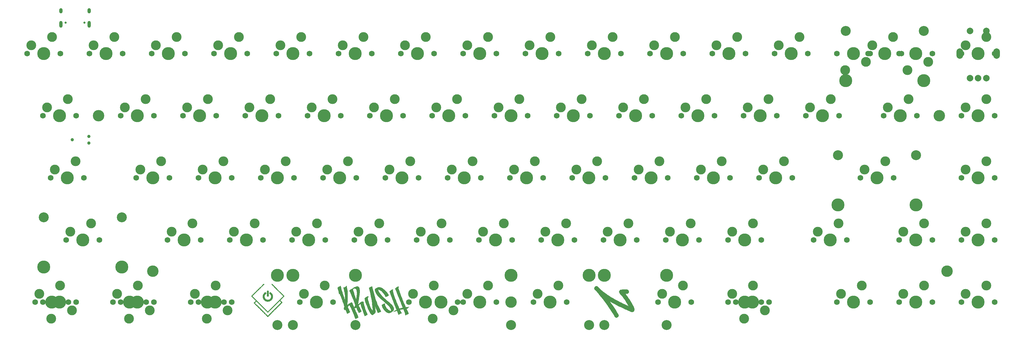
<source format=gbr>
G04 #@! TF.GenerationSoftware,KiCad,Pcbnew,(5.1.10)-1*
G04 #@! TF.CreationDate,2021-12-23T10:18:36+07:00*
G04 #@! TF.ProjectId,averange65,61766572-616e-4676-9536-352e6b696361,rev?*
G04 #@! TF.SameCoordinates,Original*
G04 #@! TF.FileFunction,Soldermask,Top*
G04 #@! TF.FilePolarity,Negative*
%FSLAX46Y46*%
G04 Gerber Fmt 4.6, Leading zero omitted, Abs format (unit mm)*
G04 Created by KiCad (PCBNEW (5.1.10)-1) date 2021-12-23 10:18:36*
%MOMM*%
%LPD*%
G01*
G04 APERTURE LIST*
%ADD10C,0.010000*%
%ADD11C,1.750000*%
%ADD12C,3.000000*%
%ADD13C,3.987800*%
%ADD14C,3.048000*%
%ADD15C,0.990600*%
%ADD16C,0.650000*%
%ADD17O,1.000000X2.100000*%
%ADD18O,1.000000X1.600000*%
%ADD19C,3.500000*%
%ADD20C,2.000000*%
%ADD21O,2.000000X3.200000*%
G04 APERTURE END LIST*
D10*
G36*
X76590102Y-118515292D02*
G01*
X76622695Y-118526418D01*
X76650763Y-118546174D01*
X76664691Y-118562320D01*
X76677963Y-118589660D01*
X76684555Y-118622033D01*
X76683798Y-118654770D01*
X76680202Y-118670625D01*
X76678535Y-118673543D01*
X76674583Y-118678679D01*
X76668142Y-118686239D01*
X76659009Y-118696428D01*
X76646979Y-118709452D01*
X76631849Y-118725517D01*
X76613415Y-118744828D01*
X76591473Y-118767592D01*
X76565819Y-118794014D01*
X76536249Y-118824299D01*
X76502559Y-118858654D01*
X76464545Y-118897285D01*
X76422003Y-118940396D01*
X76374729Y-118988195D01*
X76322520Y-119040885D01*
X76265171Y-119098674D01*
X76202479Y-119161767D01*
X76134239Y-119230370D01*
X76060248Y-119304688D01*
X75980302Y-119384928D01*
X75894196Y-119471294D01*
X75801727Y-119563993D01*
X75702691Y-119663231D01*
X75596884Y-119769213D01*
X75484102Y-119882144D01*
X75364141Y-120002232D01*
X75236797Y-120129680D01*
X75101866Y-120264696D01*
X74959145Y-120407485D01*
X74897219Y-120469435D01*
X73121259Y-122246018D01*
X77830229Y-126954988D01*
X80184719Y-124600493D01*
X82539208Y-122245998D01*
X80766035Y-120472279D01*
X80646721Y-120352906D01*
X80529420Y-120235506D01*
X80414392Y-120120338D01*
X80301897Y-120007664D01*
X80192195Y-119897747D01*
X80085545Y-119790846D01*
X79982207Y-119687223D01*
X79882441Y-119587140D01*
X79786508Y-119490857D01*
X79694666Y-119398636D01*
X79607176Y-119310739D01*
X79524297Y-119227426D01*
X79446289Y-119148960D01*
X79373412Y-119075600D01*
X79305927Y-119007609D01*
X79244092Y-118945247D01*
X79188167Y-118888777D01*
X79138412Y-118838459D01*
X79095088Y-118794555D01*
X79058454Y-118757325D01*
X79028769Y-118727032D01*
X79006294Y-118703936D01*
X78991289Y-118688299D01*
X78984012Y-118680382D01*
X78983349Y-118679503D01*
X78974676Y-118650298D01*
X78974629Y-118617877D01*
X78982543Y-118585657D01*
X78997752Y-118557057D01*
X79009849Y-118543292D01*
X79036967Y-118525316D01*
X79069276Y-118515347D01*
X79103383Y-118513869D01*
X79135892Y-118521366D01*
X79142659Y-118524349D01*
X79148099Y-118528725D01*
X79160208Y-118539824D01*
X79179048Y-118557711D01*
X79204684Y-118582448D01*
X79237181Y-118614100D01*
X79276603Y-118652731D01*
X79323012Y-118698403D01*
X79376475Y-118751181D01*
X79437054Y-118811129D01*
X79504814Y-118878309D01*
X79579819Y-118952786D01*
X79662133Y-119034624D01*
X79751820Y-119123887D01*
X79848944Y-119220637D01*
X79953570Y-119324938D01*
X80065761Y-119436855D01*
X80185581Y-119556452D01*
X80313095Y-119683791D01*
X80448367Y-119818936D01*
X80591460Y-119961951D01*
X80742440Y-120112901D01*
X80901369Y-120271848D01*
X80990346Y-120360854D01*
X82814826Y-122186065D01*
X82821713Y-122216031D01*
X82825598Y-122240718D01*
X82824203Y-122263462D01*
X82821686Y-122275963D01*
X82820656Y-122280115D01*
X82819274Y-122284324D01*
X82817152Y-122288993D01*
X82813905Y-122294524D01*
X82809145Y-122301316D01*
X82802487Y-122309773D01*
X82793544Y-122320296D01*
X82781930Y-122333285D01*
X82767258Y-122349144D01*
X82749143Y-122368272D01*
X82727196Y-122391072D01*
X82701033Y-122417946D01*
X82670267Y-122449294D01*
X82634511Y-122485519D01*
X82593379Y-122527021D01*
X82546485Y-122574202D01*
X82493442Y-122627465D01*
X82433863Y-122687209D01*
X82367363Y-122753838D01*
X82293555Y-122827752D01*
X82214749Y-122906653D01*
X81614725Y-123507377D01*
X81920675Y-123814204D01*
X81977743Y-123871457D01*
X82027280Y-123921227D01*
X82069831Y-123964097D01*
X82105942Y-124000649D01*
X82136160Y-124031469D01*
X82161029Y-124057140D01*
X82181096Y-124078245D01*
X82196906Y-124095368D01*
X82209004Y-124109093D01*
X82217937Y-124120003D01*
X82224250Y-124128683D01*
X82228489Y-124135714D01*
X82231199Y-124141682D01*
X82232927Y-124147170D01*
X82233272Y-124148545D01*
X82236914Y-124182949D01*
X82231786Y-124215826D01*
X82225600Y-124231284D01*
X82221188Y-124236092D01*
X82208938Y-124248735D01*
X82189082Y-124268977D01*
X82161857Y-124296585D01*
X82127496Y-124331321D01*
X82086235Y-124372950D01*
X82038308Y-124421238D01*
X81983949Y-124475949D01*
X81923393Y-124536848D01*
X81856876Y-124603698D01*
X81784630Y-124676265D01*
X81706892Y-124754314D01*
X81623895Y-124837608D01*
X81535874Y-124925913D01*
X81443065Y-125018993D01*
X81345701Y-125116613D01*
X81244017Y-125218538D01*
X81138247Y-125324531D01*
X81028627Y-125434358D01*
X80915391Y-125547784D01*
X80798774Y-125664572D01*
X80679009Y-125784488D01*
X80556333Y-125907296D01*
X80430979Y-126032761D01*
X80303182Y-126160647D01*
X80173176Y-126290720D01*
X80058790Y-126405145D01*
X79883576Y-126580389D01*
X79716332Y-126747626D01*
X79556974Y-126906940D01*
X79405420Y-127058413D01*
X79261585Y-127202129D01*
X79125385Y-127338172D01*
X78996737Y-127466624D01*
X78875557Y-127587570D01*
X78761761Y-127701091D01*
X78655266Y-127807272D01*
X78555988Y-127906196D01*
X78463843Y-127997947D01*
X78378746Y-128082606D01*
X78300616Y-128160258D01*
X78229367Y-128230987D01*
X78164917Y-128294874D01*
X78107181Y-128352005D01*
X78056075Y-128402461D01*
X78011516Y-128446326D01*
X77973421Y-128483684D01*
X77941705Y-128514617D01*
X77916284Y-128539210D01*
X77897076Y-128557545D01*
X77883996Y-128569705D01*
X77876960Y-128575775D01*
X77875888Y-128576486D01*
X77844082Y-128585416D01*
X77808611Y-128584975D01*
X77787416Y-128580332D01*
X77784350Y-128578351D01*
X77778202Y-128573237D01*
X77768799Y-128564817D01*
X77755969Y-128552920D01*
X77739538Y-128537375D01*
X77719334Y-128518009D01*
X77695184Y-128494651D01*
X77666916Y-128467129D01*
X77634355Y-128435272D01*
X77597330Y-128398908D01*
X77555667Y-128357865D01*
X77509194Y-128311972D01*
X77457737Y-128261058D01*
X77401125Y-128204950D01*
X77339184Y-128143477D01*
X77271741Y-128076467D01*
X77198623Y-128003749D01*
X77119658Y-127925150D01*
X77034673Y-127840501D01*
X76943494Y-127749628D01*
X76845950Y-127652360D01*
X76741867Y-127548526D01*
X76631072Y-127437953D01*
X76513392Y-127320471D01*
X76388655Y-127195908D01*
X76256688Y-127064091D01*
X76117318Y-126924850D01*
X75970372Y-126778013D01*
X75815677Y-126623408D01*
X75682618Y-126490409D01*
X75549570Y-126357395D01*
X75418909Y-126226731D01*
X75290862Y-126098643D01*
X75165657Y-125973359D01*
X75043518Y-125851108D01*
X74924675Y-125732117D01*
X74809352Y-125616614D01*
X74697778Y-125504826D01*
X74590178Y-125396982D01*
X74486780Y-125293310D01*
X74387811Y-125194036D01*
X74293497Y-125099389D01*
X74204066Y-125009597D01*
X74119743Y-124924888D01*
X74040757Y-124845488D01*
X73967333Y-124771627D01*
X73899698Y-124703532D01*
X73838080Y-124641431D01*
X73782705Y-124585551D01*
X73733800Y-124536121D01*
X73691592Y-124493367D01*
X73656307Y-124457519D01*
X73628173Y-124428803D01*
X73607416Y-124407448D01*
X73594263Y-124393681D01*
X73588941Y-124387731D01*
X73588852Y-124387582D01*
X73577667Y-124352808D01*
X73577604Y-124335081D01*
X73863270Y-124335081D01*
X75843894Y-126315803D01*
X75969953Y-126441853D01*
X76093998Y-126565858D01*
X76215786Y-126687575D01*
X76335070Y-126806760D01*
X76451606Y-126923169D01*
X76565150Y-127036559D01*
X76675456Y-127146684D01*
X76782280Y-127253303D01*
X76885377Y-127356170D01*
X76984502Y-127455042D01*
X77079410Y-127549675D01*
X77169857Y-127639826D01*
X77255599Y-127725249D01*
X77336389Y-127805703D01*
X77411983Y-127880942D01*
X77482137Y-127950723D01*
X77546606Y-128014802D01*
X77605144Y-128072936D01*
X77657508Y-128124879D01*
X77703452Y-128170390D01*
X77742732Y-128209223D01*
X77775103Y-128241135D01*
X77800319Y-128265882D01*
X77818137Y-128283220D01*
X77828311Y-128292905D01*
X77830774Y-128295003D01*
X77835160Y-128290907D01*
X77847371Y-128278972D01*
X77867166Y-128259437D01*
X77894305Y-128232542D01*
X77928549Y-128198526D01*
X77969657Y-128157630D01*
X78017389Y-128110094D01*
X78071506Y-128056158D01*
X78131766Y-127996060D01*
X78197930Y-127930042D01*
X78269758Y-127858342D01*
X78347009Y-127781202D01*
X78429445Y-127698860D01*
X78516823Y-127611557D01*
X78608905Y-127519532D01*
X78705451Y-127423026D01*
X78806220Y-127322277D01*
X78910971Y-127217527D01*
X79019466Y-127109015D01*
X79131464Y-126996980D01*
X79246725Y-126881663D01*
X79365009Y-126763303D01*
X79486075Y-126642140D01*
X79609684Y-126518415D01*
X79735595Y-126392367D01*
X79863569Y-126264235D01*
X79892368Y-126235398D01*
X81947706Y-124177317D01*
X81696921Y-123926581D01*
X81446137Y-123675845D01*
X79672428Y-125449357D01*
X79516580Y-125605170D01*
X79368664Y-125753013D01*
X79228561Y-125893005D01*
X79096150Y-126025266D01*
X78971310Y-126149917D01*
X78853921Y-126267077D01*
X78743861Y-126376867D01*
X78641010Y-126479405D01*
X78545248Y-126574811D01*
X78456453Y-126663207D01*
X78374505Y-126744711D01*
X78299283Y-126819443D01*
X78230667Y-126887524D01*
X78168535Y-126949073D01*
X78112767Y-127004210D01*
X78063242Y-127053054D01*
X78019840Y-127095727D01*
X77982440Y-127132347D01*
X77950921Y-127163034D01*
X77925162Y-127187909D01*
X77905042Y-127207091D01*
X77890442Y-127220701D01*
X77881240Y-127228857D01*
X77877499Y-127231624D01*
X77853183Y-127237966D01*
X77824563Y-127240143D01*
X77797272Y-127237987D01*
X77783507Y-127234408D01*
X77778317Y-127229961D01*
X77765292Y-127217663D01*
X77744660Y-127197739D01*
X77716651Y-127170419D01*
X77681495Y-127135930D01*
X77639419Y-127094500D01*
X77590653Y-127046356D01*
X77535427Y-126991726D01*
X77473969Y-126930837D01*
X77406509Y-126863918D01*
X77333275Y-126791197D01*
X77254497Y-126712900D01*
X77170403Y-126629255D01*
X77081224Y-126540491D01*
X76987187Y-126446835D01*
X76888522Y-126348515D01*
X76785458Y-126245757D01*
X76678224Y-126138791D01*
X76567050Y-126027844D01*
X76452164Y-125913143D01*
X76333795Y-125794917D01*
X76212173Y-125673392D01*
X76087527Y-125548797D01*
X76067920Y-125529194D01*
X74368400Y-123829951D01*
X73863270Y-124335081D01*
X73577604Y-124335081D01*
X73577542Y-124317775D01*
X73580795Y-124302267D01*
X73582588Y-124296762D01*
X73585421Y-124290704D01*
X73589841Y-124283510D01*
X73596392Y-124274600D01*
X73605619Y-124263393D01*
X73618067Y-124249306D01*
X73634281Y-124231760D01*
X73654807Y-124210173D01*
X73680189Y-124183963D01*
X73710972Y-124152549D01*
X73747702Y-124115351D01*
X73790924Y-124071786D01*
X73841182Y-124021274D01*
X73893980Y-123968289D01*
X74199892Y-123661435D01*
X73525198Y-122986536D01*
X73429340Y-122890596D01*
X73341430Y-122802497D01*
X73261292Y-122722061D01*
X73188751Y-122649110D01*
X73123633Y-122583464D01*
X73065760Y-122524946D01*
X73014959Y-122473376D01*
X72971053Y-122428575D01*
X72933866Y-122390366D01*
X72903225Y-122358569D01*
X72878952Y-122333005D01*
X72860874Y-122313496D01*
X72848813Y-122299864D01*
X72842595Y-122291929D01*
X72841747Y-122290416D01*
X72833999Y-122257757D01*
X72835689Y-122223444D01*
X72843956Y-122197480D01*
X72848838Y-122191613D01*
X72861495Y-122178013D01*
X72881615Y-122156993D01*
X72908888Y-122128863D01*
X72943000Y-122093935D01*
X72983642Y-122052521D01*
X73030501Y-122004932D01*
X73083265Y-121951479D01*
X73141623Y-121892474D01*
X73205264Y-121828228D01*
X73273875Y-121759052D01*
X73347146Y-121685259D01*
X73424765Y-121607159D01*
X73506419Y-121525064D01*
X73591799Y-121439285D01*
X73680591Y-121350133D01*
X73772484Y-121257921D01*
X73867168Y-121162959D01*
X73964330Y-121065560D01*
X74063658Y-120966033D01*
X74164841Y-120864692D01*
X74267568Y-120761846D01*
X74371527Y-120657808D01*
X74476407Y-120552889D01*
X74581895Y-120447401D01*
X74687680Y-120341654D01*
X74793451Y-120235960D01*
X74898896Y-120130632D01*
X75003703Y-120025979D01*
X75107562Y-119922314D01*
X75210159Y-119819948D01*
X75311185Y-119719192D01*
X75410327Y-119620357D01*
X75507273Y-119523756D01*
X75601712Y-119429700D01*
X75693333Y-119338499D01*
X75781823Y-119250466D01*
X75866872Y-119165912D01*
X75948168Y-119085148D01*
X76025399Y-119008486D01*
X76098253Y-118936237D01*
X76166419Y-118868712D01*
X76229586Y-118806223D01*
X76287442Y-118749082D01*
X76339674Y-118697599D01*
X76385973Y-118652087D01*
X76426026Y-118612856D01*
X76459521Y-118580218D01*
X76486147Y-118554484D01*
X76505592Y-118535966D01*
X76517546Y-118524976D01*
X76521514Y-118521809D01*
X76555527Y-118513516D01*
X76590102Y-118515292D01*
G37*
X76590102Y-118515292D02*
X76622695Y-118526418D01*
X76650763Y-118546174D01*
X76664691Y-118562320D01*
X76677963Y-118589660D01*
X76684555Y-118622033D01*
X76683798Y-118654770D01*
X76680202Y-118670625D01*
X76678535Y-118673543D01*
X76674583Y-118678679D01*
X76668142Y-118686239D01*
X76659009Y-118696428D01*
X76646979Y-118709452D01*
X76631849Y-118725517D01*
X76613415Y-118744828D01*
X76591473Y-118767592D01*
X76565819Y-118794014D01*
X76536249Y-118824299D01*
X76502559Y-118858654D01*
X76464545Y-118897285D01*
X76422003Y-118940396D01*
X76374729Y-118988195D01*
X76322520Y-119040885D01*
X76265171Y-119098674D01*
X76202479Y-119161767D01*
X76134239Y-119230370D01*
X76060248Y-119304688D01*
X75980302Y-119384928D01*
X75894196Y-119471294D01*
X75801727Y-119563993D01*
X75702691Y-119663231D01*
X75596884Y-119769213D01*
X75484102Y-119882144D01*
X75364141Y-120002232D01*
X75236797Y-120129680D01*
X75101866Y-120264696D01*
X74959145Y-120407485D01*
X74897219Y-120469435D01*
X73121259Y-122246018D01*
X77830229Y-126954988D01*
X80184719Y-124600493D01*
X82539208Y-122245998D01*
X80766035Y-120472279D01*
X80646721Y-120352906D01*
X80529420Y-120235506D01*
X80414392Y-120120338D01*
X80301897Y-120007664D01*
X80192195Y-119897747D01*
X80085545Y-119790846D01*
X79982207Y-119687223D01*
X79882441Y-119587140D01*
X79786508Y-119490857D01*
X79694666Y-119398636D01*
X79607176Y-119310739D01*
X79524297Y-119227426D01*
X79446289Y-119148960D01*
X79373412Y-119075600D01*
X79305927Y-119007609D01*
X79244092Y-118945247D01*
X79188167Y-118888777D01*
X79138412Y-118838459D01*
X79095088Y-118794555D01*
X79058454Y-118757325D01*
X79028769Y-118727032D01*
X79006294Y-118703936D01*
X78991289Y-118688299D01*
X78984012Y-118680382D01*
X78983349Y-118679503D01*
X78974676Y-118650298D01*
X78974629Y-118617877D01*
X78982543Y-118585657D01*
X78997752Y-118557057D01*
X79009849Y-118543292D01*
X79036967Y-118525316D01*
X79069276Y-118515347D01*
X79103383Y-118513869D01*
X79135892Y-118521366D01*
X79142659Y-118524349D01*
X79148099Y-118528725D01*
X79160208Y-118539824D01*
X79179048Y-118557711D01*
X79204684Y-118582448D01*
X79237181Y-118614100D01*
X79276603Y-118652731D01*
X79323012Y-118698403D01*
X79376475Y-118751181D01*
X79437054Y-118811129D01*
X79504814Y-118878309D01*
X79579819Y-118952786D01*
X79662133Y-119034624D01*
X79751820Y-119123887D01*
X79848944Y-119220637D01*
X79953570Y-119324938D01*
X80065761Y-119436855D01*
X80185581Y-119556452D01*
X80313095Y-119683791D01*
X80448367Y-119818936D01*
X80591460Y-119961951D01*
X80742440Y-120112901D01*
X80901369Y-120271848D01*
X80990346Y-120360854D01*
X82814826Y-122186065D01*
X82821713Y-122216031D01*
X82825598Y-122240718D01*
X82824203Y-122263462D01*
X82821686Y-122275963D01*
X82820656Y-122280115D01*
X82819274Y-122284324D01*
X82817152Y-122288993D01*
X82813905Y-122294524D01*
X82809145Y-122301316D01*
X82802487Y-122309773D01*
X82793544Y-122320296D01*
X82781930Y-122333285D01*
X82767258Y-122349144D01*
X82749143Y-122368272D01*
X82727196Y-122391072D01*
X82701033Y-122417946D01*
X82670267Y-122449294D01*
X82634511Y-122485519D01*
X82593379Y-122527021D01*
X82546485Y-122574202D01*
X82493442Y-122627465D01*
X82433863Y-122687209D01*
X82367363Y-122753838D01*
X82293555Y-122827752D01*
X82214749Y-122906653D01*
X81614725Y-123507377D01*
X81920675Y-123814204D01*
X81977743Y-123871457D01*
X82027280Y-123921227D01*
X82069831Y-123964097D01*
X82105942Y-124000649D01*
X82136160Y-124031469D01*
X82161029Y-124057140D01*
X82181096Y-124078245D01*
X82196906Y-124095368D01*
X82209004Y-124109093D01*
X82217937Y-124120003D01*
X82224250Y-124128683D01*
X82228489Y-124135714D01*
X82231199Y-124141682D01*
X82232927Y-124147170D01*
X82233272Y-124148545D01*
X82236914Y-124182949D01*
X82231786Y-124215826D01*
X82225600Y-124231284D01*
X82221188Y-124236092D01*
X82208938Y-124248735D01*
X82189082Y-124268977D01*
X82161857Y-124296585D01*
X82127496Y-124331321D01*
X82086235Y-124372950D01*
X82038308Y-124421238D01*
X81983949Y-124475949D01*
X81923393Y-124536848D01*
X81856876Y-124603698D01*
X81784630Y-124676265D01*
X81706892Y-124754314D01*
X81623895Y-124837608D01*
X81535874Y-124925913D01*
X81443065Y-125018993D01*
X81345701Y-125116613D01*
X81244017Y-125218538D01*
X81138247Y-125324531D01*
X81028627Y-125434358D01*
X80915391Y-125547784D01*
X80798774Y-125664572D01*
X80679009Y-125784488D01*
X80556333Y-125907296D01*
X80430979Y-126032761D01*
X80303182Y-126160647D01*
X80173176Y-126290720D01*
X80058790Y-126405145D01*
X79883576Y-126580389D01*
X79716332Y-126747626D01*
X79556974Y-126906940D01*
X79405420Y-127058413D01*
X79261585Y-127202129D01*
X79125385Y-127338172D01*
X78996737Y-127466624D01*
X78875557Y-127587570D01*
X78761761Y-127701091D01*
X78655266Y-127807272D01*
X78555988Y-127906196D01*
X78463843Y-127997947D01*
X78378746Y-128082606D01*
X78300616Y-128160258D01*
X78229367Y-128230987D01*
X78164917Y-128294874D01*
X78107181Y-128352005D01*
X78056075Y-128402461D01*
X78011516Y-128446326D01*
X77973421Y-128483684D01*
X77941705Y-128514617D01*
X77916284Y-128539210D01*
X77897076Y-128557545D01*
X77883996Y-128569705D01*
X77876960Y-128575775D01*
X77875888Y-128576486D01*
X77844082Y-128585416D01*
X77808611Y-128584975D01*
X77787416Y-128580332D01*
X77784350Y-128578351D01*
X77778202Y-128573237D01*
X77768799Y-128564817D01*
X77755969Y-128552920D01*
X77739538Y-128537375D01*
X77719334Y-128518009D01*
X77695184Y-128494651D01*
X77666916Y-128467129D01*
X77634355Y-128435272D01*
X77597330Y-128398908D01*
X77555667Y-128357865D01*
X77509194Y-128311972D01*
X77457737Y-128261058D01*
X77401125Y-128204950D01*
X77339184Y-128143477D01*
X77271741Y-128076467D01*
X77198623Y-128003749D01*
X77119658Y-127925150D01*
X77034673Y-127840501D01*
X76943494Y-127749628D01*
X76845950Y-127652360D01*
X76741867Y-127548526D01*
X76631072Y-127437953D01*
X76513392Y-127320471D01*
X76388655Y-127195908D01*
X76256688Y-127064091D01*
X76117318Y-126924850D01*
X75970372Y-126778013D01*
X75815677Y-126623408D01*
X75682618Y-126490409D01*
X75549570Y-126357395D01*
X75418909Y-126226731D01*
X75290862Y-126098643D01*
X75165657Y-125973359D01*
X75043518Y-125851108D01*
X74924675Y-125732117D01*
X74809352Y-125616614D01*
X74697778Y-125504826D01*
X74590178Y-125396982D01*
X74486780Y-125293310D01*
X74387811Y-125194036D01*
X74293497Y-125099389D01*
X74204066Y-125009597D01*
X74119743Y-124924888D01*
X74040757Y-124845488D01*
X73967333Y-124771627D01*
X73899698Y-124703532D01*
X73838080Y-124641431D01*
X73782705Y-124585551D01*
X73733800Y-124536121D01*
X73691592Y-124493367D01*
X73656307Y-124457519D01*
X73628173Y-124428803D01*
X73607416Y-124407448D01*
X73594263Y-124393681D01*
X73588941Y-124387731D01*
X73588852Y-124387582D01*
X73577667Y-124352808D01*
X73577604Y-124335081D01*
X73863270Y-124335081D01*
X75843894Y-126315803D01*
X75969953Y-126441853D01*
X76093998Y-126565858D01*
X76215786Y-126687575D01*
X76335070Y-126806760D01*
X76451606Y-126923169D01*
X76565150Y-127036559D01*
X76675456Y-127146684D01*
X76782280Y-127253303D01*
X76885377Y-127356170D01*
X76984502Y-127455042D01*
X77079410Y-127549675D01*
X77169857Y-127639826D01*
X77255599Y-127725249D01*
X77336389Y-127805703D01*
X77411983Y-127880942D01*
X77482137Y-127950723D01*
X77546606Y-128014802D01*
X77605144Y-128072936D01*
X77657508Y-128124879D01*
X77703452Y-128170390D01*
X77742732Y-128209223D01*
X77775103Y-128241135D01*
X77800319Y-128265882D01*
X77818137Y-128283220D01*
X77828311Y-128292905D01*
X77830774Y-128295003D01*
X77835160Y-128290907D01*
X77847371Y-128278972D01*
X77867166Y-128259437D01*
X77894305Y-128232542D01*
X77928549Y-128198526D01*
X77969657Y-128157630D01*
X78017389Y-128110094D01*
X78071506Y-128056158D01*
X78131766Y-127996060D01*
X78197930Y-127930042D01*
X78269758Y-127858342D01*
X78347009Y-127781202D01*
X78429445Y-127698860D01*
X78516823Y-127611557D01*
X78608905Y-127519532D01*
X78705451Y-127423026D01*
X78806220Y-127322277D01*
X78910971Y-127217527D01*
X79019466Y-127109015D01*
X79131464Y-126996980D01*
X79246725Y-126881663D01*
X79365009Y-126763303D01*
X79486075Y-126642140D01*
X79609684Y-126518415D01*
X79735595Y-126392367D01*
X79863569Y-126264235D01*
X79892368Y-126235398D01*
X81947706Y-124177317D01*
X81696921Y-123926581D01*
X81446137Y-123675845D01*
X79672428Y-125449357D01*
X79516580Y-125605170D01*
X79368664Y-125753013D01*
X79228561Y-125893005D01*
X79096150Y-126025266D01*
X78971310Y-126149917D01*
X78853921Y-126267077D01*
X78743861Y-126376867D01*
X78641010Y-126479405D01*
X78545248Y-126574811D01*
X78456453Y-126663207D01*
X78374505Y-126744711D01*
X78299283Y-126819443D01*
X78230667Y-126887524D01*
X78168535Y-126949073D01*
X78112767Y-127004210D01*
X78063242Y-127053054D01*
X78019840Y-127095727D01*
X77982440Y-127132347D01*
X77950921Y-127163034D01*
X77925162Y-127187909D01*
X77905042Y-127207091D01*
X77890442Y-127220701D01*
X77881240Y-127228857D01*
X77877499Y-127231624D01*
X77853183Y-127237966D01*
X77824563Y-127240143D01*
X77797272Y-127237987D01*
X77783507Y-127234408D01*
X77778317Y-127229961D01*
X77765292Y-127217663D01*
X77744660Y-127197739D01*
X77716651Y-127170419D01*
X77681495Y-127135930D01*
X77639419Y-127094500D01*
X77590653Y-127046356D01*
X77535427Y-126991726D01*
X77473969Y-126930837D01*
X77406509Y-126863918D01*
X77333275Y-126791197D01*
X77254497Y-126712900D01*
X77170403Y-126629255D01*
X77081224Y-126540491D01*
X76987187Y-126446835D01*
X76888522Y-126348515D01*
X76785458Y-126245757D01*
X76678224Y-126138791D01*
X76567050Y-126027844D01*
X76452164Y-125913143D01*
X76333795Y-125794917D01*
X76212173Y-125673392D01*
X76087527Y-125548797D01*
X76067920Y-125529194D01*
X74368400Y-123829951D01*
X73863270Y-124335081D01*
X73577604Y-124335081D01*
X73577542Y-124317775D01*
X73580795Y-124302267D01*
X73582588Y-124296762D01*
X73585421Y-124290704D01*
X73589841Y-124283510D01*
X73596392Y-124274600D01*
X73605619Y-124263393D01*
X73618067Y-124249306D01*
X73634281Y-124231760D01*
X73654807Y-124210173D01*
X73680189Y-124183963D01*
X73710972Y-124152549D01*
X73747702Y-124115351D01*
X73790924Y-124071786D01*
X73841182Y-124021274D01*
X73893980Y-123968289D01*
X74199892Y-123661435D01*
X73525198Y-122986536D01*
X73429340Y-122890596D01*
X73341430Y-122802497D01*
X73261292Y-122722061D01*
X73188751Y-122649110D01*
X73123633Y-122583464D01*
X73065760Y-122524946D01*
X73014959Y-122473376D01*
X72971053Y-122428575D01*
X72933866Y-122390366D01*
X72903225Y-122358569D01*
X72878952Y-122333005D01*
X72860874Y-122313496D01*
X72848813Y-122299864D01*
X72842595Y-122291929D01*
X72841747Y-122290416D01*
X72833999Y-122257757D01*
X72835689Y-122223444D01*
X72843956Y-122197480D01*
X72848838Y-122191613D01*
X72861495Y-122178013D01*
X72881615Y-122156993D01*
X72908888Y-122128863D01*
X72943000Y-122093935D01*
X72983642Y-122052521D01*
X73030501Y-122004932D01*
X73083265Y-121951479D01*
X73141623Y-121892474D01*
X73205264Y-121828228D01*
X73273875Y-121759052D01*
X73347146Y-121685259D01*
X73424765Y-121607159D01*
X73506419Y-121525064D01*
X73591799Y-121439285D01*
X73680591Y-121350133D01*
X73772484Y-121257921D01*
X73867168Y-121162959D01*
X73964330Y-121065560D01*
X74063658Y-120966033D01*
X74164841Y-120864692D01*
X74267568Y-120761846D01*
X74371527Y-120657808D01*
X74476407Y-120552889D01*
X74581895Y-120447401D01*
X74687680Y-120341654D01*
X74793451Y-120235960D01*
X74898896Y-120130632D01*
X75003703Y-120025979D01*
X75107562Y-119922314D01*
X75210159Y-119819948D01*
X75311185Y-119719192D01*
X75410327Y-119620357D01*
X75507273Y-119523756D01*
X75601712Y-119429700D01*
X75693333Y-119338499D01*
X75781823Y-119250466D01*
X75866872Y-119165912D01*
X75948168Y-119085148D01*
X76025399Y-119008486D01*
X76098253Y-118936237D01*
X76166419Y-118868712D01*
X76229586Y-118806223D01*
X76287442Y-118749082D01*
X76339674Y-118697599D01*
X76385973Y-118652087D01*
X76426026Y-118612856D01*
X76459521Y-118580218D01*
X76486147Y-118554484D01*
X76505592Y-118535966D01*
X76517546Y-118524976D01*
X76521514Y-118521809D01*
X76555527Y-118513516D01*
X76590102Y-118515292D01*
G36*
X78657030Y-121102492D02*
G01*
X78705206Y-121119734D01*
X78730296Y-121134004D01*
X78761409Y-121155574D01*
X78797006Y-121183191D01*
X78835548Y-121215602D01*
X78875496Y-121251556D01*
X78915313Y-121289797D01*
X78920701Y-121295175D01*
X78990637Y-121369184D01*
X79051971Y-121442877D01*
X79106807Y-121519179D01*
X79157245Y-121601017D01*
X79205387Y-121691317D01*
X79205804Y-121692152D01*
X79258912Y-121811272D01*
X79301382Y-121933996D01*
X79333139Y-122059603D01*
X79354107Y-122187369D01*
X79364212Y-122316572D01*
X79363378Y-122446488D01*
X79351530Y-122576396D01*
X79328594Y-122705572D01*
X79316304Y-122756851D01*
X79285005Y-122860211D01*
X79244344Y-122965318D01*
X79195566Y-123069694D01*
X79139915Y-123170864D01*
X79078635Y-123266349D01*
X79022479Y-123341907D01*
X78995568Y-123373707D01*
X78962208Y-123410184D01*
X78924859Y-123448880D01*
X78885982Y-123487334D01*
X78848037Y-123523086D01*
X78813483Y-123553675D01*
X78797709Y-123566696D01*
X78704939Y-123634876D01*
X78605019Y-123697360D01*
X78499988Y-123753177D01*
X78391885Y-123801357D01*
X78282748Y-123840931D01*
X78174616Y-123870928D01*
X78144158Y-123877611D01*
X78066387Y-123891235D01*
X77983762Y-123901397D01*
X77899821Y-123907850D01*
X77818097Y-123910351D01*
X77742128Y-123908654D01*
X77718449Y-123907094D01*
X77598168Y-123893028D01*
X77480698Y-123869671D01*
X77366377Y-123837565D01*
X77241759Y-123791901D01*
X77123033Y-123736692D01*
X77010577Y-123672388D01*
X76904769Y-123599439D01*
X76805989Y-123518298D01*
X76714615Y-123429415D01*
X76631026Y-123333239D01*
X76555599Y-123230223D01*
X76488715Y-123120817D01*
X76430750Y-123005472D01*
X76382084Y-122884638D01*
X76343096Y-122758766D01*
X76314163Y-122628307D01*
X76305382Y-122574199D01*
X76300787Y-122532768D01*
X76297538Y-122482855D01*
X76295636Y-122427316D01*
X76295082Y-122369005D01*
X76295877Y-122310778D01*
X76298020Y-122255489D01*
X76301514Y-122205994D01*
X76305288Y-122172436D01*
X76329197Y-122040719D01*
X76363727Y-121912579D01*
X76408645Y-121788573D01*
X76463716Y-121669260D01*
X76528708Y-121555197D01*
X76603385Y-121446941D01*
X76616547Y-121429772D01*
X76648128Y-121391345D01*
X76684382Y-121350901D01*
X76723858Y-121309776D01*
X76765107Y-121269305D01*
X76806678Y-121230824D01*
X76847121Y-121195669D01*
X76884987Y-121165175D01*
X76918826Y-121140678D01*
X76947187Y-121123513D01*
X76951214Y-121121491D01*
X77000864Y-121103526D01*
X77052366Y-121096143D01*
X77103976Y-121099167D01*
X77153952Y-121112425D01*
X77200552Y-121135746D01*
X77218024Y-121147981D01*
X77242553Y-121171147D01*
X77266652Y-121201483D01*
X77287531Y-121234994D01*
X77302398Y-121267681D01*
X77303181Y-121269952D01*
X77313468Y-121317422D01*
X77314314Y-121367780D01*
X77306113Y-121418120D01*
X77289256Y-121465531D01*
X77272772Y-121495036D01*
X77259759Y-121511336D01*
X77240850Y-121530957D01*
X77219392Y-121550513D01*
X77211276Y-121557216D01*
X77178787Y-121584828D01*
X77142822Y-121618156D01*
X77105562Y-121654945D01*
X77069184Y-121692939D01*
X77035866Y-121729882D01*
X77007787Y-121763520D01*
X76992580Y-121783660D01*
X76944439Y-121859303D01*
X76901585Y-121942499D01*
X76865373Y-122030083D01*
X76837157Y-122118893D01*
X76822836Y-122180357D01*
X76815140Y-122230351D01*
X76809767Y-122287631D01*
X76806866Y-122348278D01*
X76806588Y-122408371D01*
X76809083Y-122463991D01*
X76811135Y-122486377D01*
X76828298Y-122591157D01*
X76856320Y-122693124D01*
X76894838Y-122791546D01*
X76943486Y-122885688D01*
X77001900Y-122974815D01*
X77069715Y-123058195D01*
X77122347Y-123112520D01*
X77200522Y-123179969D01*
X77286312Y-123239787D01*
X77378218Y-123291217D01*
X77474740Y-123333500D01*
X77574378Y-123365877D01*
X77661843Y-123385296D01*
X77696240Y-123389816D01*
X77738597Y-123393117D01*
X77785923Y-123395170D01*
X77835224Y-123395944D01*
X77883508Y-123395410D01*
X77927783Y-123393539D01*
X77965056Y-123390302D01*
X77978630Y-123388410D01*
X78085480Y-123365497D01*
X78188146Y-123332400D01*
X78285970Y-123289553D01*
X78378294Y-123237393D01*
X78464459Y-123176355D01*
X78543807Y-123106873D01*
X78615680Y-123029384D01*
X78679418Y-122944322D01*
X78700841Y-122910963D01*
X78720544Y-122876528D01*
X78741841Y-122835313D01*
X78762921Y-122791152D01*
X78781971Y-122747880D01*
X78797181Y-122709333D01*
X78800458Y-122700048D01*
X78828900Y-122599289D01*
X78846532Y-122496255D01*
X78853462Y-122392001D01*
X78849796Y-122287587D01*
X78835643Y-122184068D01*
X78811111Y-122082504D01*
X78776306Y-121983950D01*
X78731338Y-121889466D01*
X78714938Y-121860465D01*
X78669046Y-121788605D01*
X78619296Y-121723231D01*
X78563501Y-121661799D01*
X78499473Y-121601764D01*
X78473430Y-121579538D01*
X78448464Y-121557993D01*
X78425009Y-121536460D01*
X78405335Y-121517112D01*
X78391713Y-121502121D01*
X78389384Y-121499125D01*
X78366688Y-121459572D01*
X78351166Y-121414198D01*
X78343476Y-121366365D01*
X78344277Y-121319438D01*
X78349042Y-121293374D01*
X78367333Y-121242766D01*
X78393902Y-121198580D01*
X78427495Y-121161425D01*
X78466862Y-121131913D01*
X78510751Y-121110654D01*
X78557910Y-121098257D01*
X78607087Y-121095333D01*
X78657030Y-121102492D01*
G37*
X78657030Y-121102492D02*
X78705206Y-121119734D01*
X78730296Y-121134004D01*
X78761409Y-121155574D01*
X78797006Y-121183191D01*
X78835548Y-121215602D01*
X78875496Y-121251556D01*
X78915313Y-121289797D01*
X78920701Y-121295175D01*
X78990637Y-121369184D01*
X79051971Y-121442877D01*
X79106807Y-121519179D01*
X79157245Y-121601017D01*
X79205387Y-121691317D01*
X79205804Y-121692152D01*
X79258912Y-121811272D01*
X79301382Y-121933996D01*
X79333139Y-122059603D01*
X79354107Y-122187369D01*
X79364212Y-122316572D01*
X79363378Y-122446488D01*
X79351530Y-122576396D01*
X79328594Y-122705572D01*
X79316304Y-122756851D01*
X79285005Y-122860211D01*
X79244344Y-122965318D01*
X79195566Y-123069694D01*
X79139915Y-123170864D01*
X79078635Y-123266349D01*
X79022479Y-123341907D01*
X78995568Y-123373707D01*
X78962208Y-123410184D01*
X78924859Y-123448880D01*
X78885982Y-123487334D01*
X78848037Y-123523086D01*
X78813483Y-123553675D01*
X78797709Y-123566696D01*
X78704939Y-123634876D01*
X78605019Y-123697360D01*
X78499988Y-123753177D01*
X78391885Y-123801357D01*
X78282748Y-123840931D01*
X78174616Y-123870928D01*
X78144158Y-123877611D01*
X78066387Y-123891235D01*
X77983762Y-123901397D01*
X77899821Y-123907850D01*
X77818097Y-123910351D01*
X77742128Y-123908654D01*
X77718449Y-123907094D01*
X77598168Y-123893028D01*
X77480698Y-123869671D01*
X77366377Y-123837565D01*
X77241759Y-123791901D01*
X77123033Y-123736692D01*
X77010577Y-123672388D01*
X76904769Y-123599439D01*
X76805989Y-123518298D01*
X76714615Y-123429415D01*
X76631026Y-123333239D01*
X76555599Y-123230223D01*
X76488715Y-123120817D01*
X76430750Y-123005472D01*
X76382084Y-122884638D01*
X76343096Y-122758766D01*
X76314163Y-122628307D01*
X76305382Y-122574199D01*
X76300787Y-122532768D01*
X76297538Y-122482855D01*
X76295636Y-122427316D01*
X76295082Y-122369005D01*
X76295877Y-122310778D01*
X76298020Y-122255489D01*
X76301514Y-122205994D01*
X76305288Y-122172436D01*
X76329197Y-122040719D01*
X76363727Y-121912579D01*
X76408645Y-121788573D01*
X76463716Y-121669260D01*
X76528708Y-121555197D01*
X76603385Y-121446941D01*
X76616547Y-121429772D01*
X76648128Y-121391345D01*
X76684382Y-121350901D01*
X76723858Y-121309776D01*
X76765107Y-121269305D01*
X76806678Y-121230824D01*
X76847121Y-121195669D01*
X76884987Y-121165175D01*
X76918826Y-121140678D01*
X76947187Y-121123513D01*
X76951214Y-121121491D01*
X77000864Y-121103526D01*
X77052366Y-121096143D01*
X77103976Y-121099167D01*
X77153952Y-121112425D01*
X77200552Y-121135746D01*
X77218024Y-121147981D01*
X77242553Y-121171147D01*
X77266652Y-121201483D01*
X77287531Y-121234994D01*
X77302398Y-121267681D01*
X77303181Y-121269952D01*
X77313468Y-121317422D01*
X77314314Y-121367780D01*
X77306113Y-121418120D01*
X77289256Y-121465531D01*
X77272772Y-121495036D01*
X77259759Y-121511336D01*
X77240850Y-121530957D01*
X77219392Y-121550513D01*
X77211276Y-121557216D01*
X77178787Y-121584828D01*
X77142822Y-121618156D01*
X77105562Y-121654945D01*
X77069184Y-121692939D01*
X77035866Y-121729882D01*
X77007787Y-121763520D01*
X76992580Y-121783660D01*
X76944439Y-121859303D01*
X76901585Y-121942499D01*
X76865373Y-122030083D01*
X76837157Y-122118893D01*
X76822836Y-122180357D01*
X76815140Y-122230351D01*
X76809767Y-122287631D01*
X76806866Y-122348278D01*
X76806588Y-122408371D01*
X76809083Y-122463991D01*
X76811135Y-122486377D01*
X76828298Y-122591157D01*
X76856320Y-122693124D01*
X76894838Y-122791546D01*
X76943486Y-122885688D01*
X77001900Y-122974815D01*
X77069715Y-123058195D01*
X77122347Y-123112520D01*
X77200522Y-123179969D01*
X77286312Y-123239787D01*
X77378218Y-123291217D01*
X77474740Y-123333500D01*
X77574378Y-123365877D01*
X77661843Y-123385296D01*
X77696240Y-123389816D01*
X77738597Y-123393117D01*
X77785923Y-123395170D01*
X77835224Y-123395944D01*
X77883508Y-123395410D01*
X77927783Y-123393539D01*
X77965056Y-123390302D01*
X77978630Y-123388410D01*
X78085480Y-123365497D01*
X78188146Y-123332400D01*
X78285970Y-123289553D01*
X78378294Y-123237393D01*
X78464459Y-123176355D01*
X78543807Y-123106873D01*
X78615680Y-123029384D01*
X78679418Y-122944322D01*
X78700841Y-122910963D01*
X78720544Y-122876528D01*
X78741841Y-122835313D01*
X78762921Y-122791152D01*
X78781971Y-122747880D01*
X78797181Y-122709333D01*
X78800458Y-122700048D01*
X78828900Y-122599289D01*
X78846532Y-122496255D01*
X78853462Y-122392001D01*
X78849796Y-122287587D01*
X78835643Y-122184068D01*
X78811111Y-122082504D01*
X78776306Y-121983950D01*
X78731338Y-121889466D01*
X78714938Y-121860465D01*
X78669046Y-121788605D01*
X78619296Y-121723231D01*
X78563501Y-121661799D01*
X78499473Y-121601764D01*
X78473430Y-121579538D01*
X78448464Y-121557993D01*
X78425009Y-121536460D01*
X78405335Y-121517112D01*
X78391713Y-121502121D01*
X78389384Y-121499125D01*
X78366688Y-121459572D01*
X78351166Y-121414198D01*
X78343476Y-121366365D01*
X78344277Y-121319438D01*
X78349042Y-121293374D01*
X78367333Y-121242766D01*
X78393902Y-121198580D01*
X78427495Y-121161425D01*
X78466862Y-121131913D01*
X78510751Y-121110654D01*
X78557910Y-121098257D01*
X78607087Y-121095333D01*
X78657030Y-121102492D01*
G36*
X77876085Y-120586434D02*
G01*
X77917992Y-120597893D01*
X77929252Y-120602453D01*
X77972386Y-120627073D01*
X78010885Y-120659956D01*
X78042772Y-120698929D01*
X78066071Y-120741817D01*
X78072749Y-120760245D01*
X78074480Y-120766081D01*
X78076028Y-120772189D01*
X78077402Y-120779208D01*
X78078613Y-120787776D01*
X78079671Y-120798533D01*
X78080585Y-120812117D01*
X78081367Y-120829168D01*
X78082026Y-120850324D01*
X78082573Y-120876225D01*
X78083017Y-120907510D01*
X78083368Y-120944817D01*
X78083637Y-120988785D01*
X78083835Y-121040054D01*
X78083970Y-121099263D01*
X78084054Y-121167050D01*
X78084095Y-121244054D01*
X78084106Y-121330916D01*
X78084095Y-121428272D01*
X78084086Y-121474610D01*
X78084015Y-121583359D01*
X78083851Y-121684055D01*
X78083596Y-121776370D01*
X78083253Y-121859981D01*
X78082825Y-121934562D01*
X78082315Y-121999789D01*
X78081724Y-122055336D01*
X78081056Y-122100880D01*
X78080314Y-122136094D01*
X78079499Y-122160655D01*
X78078616Y-122174236D01*
X78078296Y-122176312D01*
X78064624Y-122217093D01*
X78042443Y-122255356D01*
X78014339Y-122289385D01*
X77983112Y-122319449D01*
X77952640Y-122341110D01*
X77919501Y-122356592D01*
X77901965Y-122362386D01*
X77869160Y-122368852D01*
X77831380Y-122371237D01*
X77793266Y-122369591D01*
X77759464Y-122363960D01*
X77748684Y-122360776D01*
X77701532Y-122338643D01*
X77659898Y-122307465D01*
X77625058Y-122268791D01*
X77598293Y-122224173D01*
X77580882Y-122175162D01*
X77576400Y-122151817D01*
X77575511Y-122139722D01*
X77574697Y-122117134D01*
X77573958Y-122084967D01*
X77573294Y-122044136D01*
X77572705Y-121995555D01*
X77572191Y-121940138D01*
X77571751Y-121878800D01*
X77571386Y-121812455D01*
X77571095Y-121742018D01*
X77570879Y-121668402D01*
X77570737Y-121592522D01*
X77570670Y-121515292D01*
X77570677Y-121437627D01*
X77570758Y-121360442D01*
X77570913Y-121284649D01*
X77571142Y-121211165D01*
X77571446Y-121140902D01*
X77571823Y-121074776D01*
X77572275Y-121013701D01*
X77572800Y-120958591D01*
X77573399Y-120910360D01*
X77574072Y-120869923D01*
X77574818Y-120838194D01*
X77575638Y-120816088D01*
X77576495Y-120804761D01*
X77589440Y-120753286D01*
X77612153Y-120706321D01*
X77643483Y-120665044D01*
X77682277Y-120630637D01*
X77727383Y-120604279D01*
X77777651Y-120587150D01*
X77791629Y-120584318D01*
X77832298Y-120581690D01*
X77876085Y-120586434D01*
G37*
X77876085Y-120586434D02*
X77917992Y-120597893D01*
X77929252Y-120602453D01*
X77972386Y-120627073D01*
X78010885Y-120659956D01*
X78042772Y-120698929D01*
X78066071Y-120741817D01*
X78072749Y-120760245D01*
X78074480Y-120766081D01*
X78076028Y-120772189D01*
X78077402Y-120779208D01*
X78078613Y-120787776D01*
X78079671Y-120798533D01*
X78080585Y-120812117D01*
X78081367Y-120829168D01*
X78082026Y-120850324D01*
X78082573Y-120876225D01*
X78083017Y-120907510D01*
X78083368Y-120944817D01*
X78083637Y-120988785D01*
X78083835Y-121040054D01*
X78083970Y-121099263D01*
X78084054Y-121167050D01*
X78084095Y-121244054D01*
X78084106Y-121330916D01*
X78084095Y-121428272D01*
X78084086Y-121474610D01*
X78084015Y-121583359D01*
X78083851Y-121684055D01*
X78083596Y-121776370D01*
X78083253Y-121859981D01*
X78082825Y-121934562D01*
X78082315Y-121999789D01*
X78081724Y-122055336D01*
X78081056Y-122100880D01*
X78080314Y-122136094D01*
X78079499Y-122160655D01*
X78078616Y-122174236D01*
X78078296Y-122176312D01*
X78064624Y-122217093D01*
X78042443Y-122255356D01*
X78014339Y-122289385D01*
X77983112Y-122319449D01*
X77952640Y-122341110D01*
X77919501Y-122356592D01*
X77901965Y-122362386D01*
X77869160Y-122368852D01*
X77831380Y-122371237D01*
X77793266Y-122369591D01*
X77759464Y-122363960D01*
X77748684Y-122360776D01*
X77701532Y-122338643D01*
X77659898Y-122307465D01*
X77625058Y-122268791D01*
X77598293Y-122224173D01*
X77580882Y-122175162D01*
X77576400Y-122151817D01*
X77575511Y-122139722D01*
X77574697Y-122117134D01*
X77573958Y-122084967D01*
X77573294Y-122044136D01*
X77572705Y-121995555D01*
X77572191Y-121940138D01*
X77571751Y-121878800D01*
X77571386Y-121812455D01*
X77571095Y-121742018D01*
X77570879Y-121668402D01*
X77570737Y-121592522D01*
X77570670Y-121515292D01*
X77570677Y-121437627D01*
X77570758Y-121360442D01*
X77570913Y-121284649D01*
X77571142Y-121211165D01*
X77571446Y-121140902D01*
X77571823Y-121074776D01*
X77572275Y-121013701D01*
X77572800Y-120958591D01*
X77573399Y-120910360D01*
X77574072Y-120869923D01*
X77574818Y-120838194D01*
X77575638Y-120816088D01*
X77576495Y-120804761D01*
X77589440Y-120753286D01*
X77612153Y-120706321D01*
X77643483Y-120665044D01*
X77682277Y-120630637D01*
X77727383Y-120604279D01*
X77777651Y-120587150D01*
X77791629Y-120584318D01*
X77832298Y-120581690D01*
X77876085Y-120586434D01*
G36*
X178407158Y-119211127D02*
G01*
X178488756Y-119232381D01*
X178568193Y-119265934D01*
X178633362Y-119304360D01*
X178645308Y-119314030D01*
X178666309Y-119332786D01*
X178695141Y-119359464D01*
X178730579Y-119392903D01*
X178771399Y-119431943D01*
X178816375Y-119475421D01*
X178864282Y-119522175D01*
X178898248Y-119555581D01*
X179143254Y-119793937D01*
X179384162Y-120021288D01*
X179623296Y-120239644D01*
X179862985Y-120451015D01*
X180105552Y-120657409D01*
X180353326Y-120860838D01*
X180608633Y-121063310D01*
X180873798Y-121266836D01*
X180915830Y-121298530D01*
X181185693Y-121498521D01*
X181460587Y-121696167D01*
X181741064Y-121891788D01*
X182027680Y-122085707D01*
X182320989Y-122278244D01*
X182621544Y-122469721D01*
X182929902Y-122660458D01*
X183246615Y-122850779D01*
X183572238Y-123041003D01*
X183907326Y-123231453D01*
X184252432Y-123422449D01*
X184608112Y-123614314D01*
X184974920Y-123807368D01*
X185353409Y-124001932D01*
X185744135Y-124198329D01*
X186147652Y-124396879D01*
X186564513Y-124597904D01*
X186801276Y-124710395D01*
X186877379Y-124746285D01*
X186958610Y-124784439D01*
X187044031Y-124824426D01*
X187132705Y-124865815D01*
X187223694Y-124908177D01*
X187316061Y-124951078D01*
X187408869Y-124994090D01*
X187501181Y-125036780D01*
X187592058Y-125078719D01*
X187680564Y-125119474D01*
X187765761Y-125158615D01*
X187846712Y-125195712D01*
X187922479Y-125230333D01*
X187992126Y-125262047D01*
X188054714Y-125290424D01*
X188109307Y-125315033D01*
X188154967Y-125335442D01*
X188190756Y-125351221D01*
X188215737Y-125361939D01*
X188228974Y-125367164D01*
X188230895Y-125367582D01*
X188227704Y-125361135D01*
X188217748Y-125344448D01*
X188202213Y-125319425D01*
X188182282Y-125287972D01*
X188159139Y-125251993D01*
X188157421Y-125249342D01*
X188135411Y-125215306D01*
X188115657Y-125184510D01*
X188097207Y-125155375D01*
X188079113Y-125126319D01*
X188060421Y-125095761D01*
X188040182Y-125062122D01*
X188017444Y-125023820D01*
X187991256Y-124979275D01*
X187960668Y-124926906D01*
X187924728Y-124865134D01*
X187882485Y-124792376D01*
X187882350Y-124792142D01*
X187582740Y-124290119D01*
X187270285Y-123794614D01*
X186944919Y-123305534D01*
X186606577Y-122822784D01*
X186255192Y-122346271D01*
X185890700Y-121875901D01*
X185556855Y-121464331D01*
X185513629Y-121411903D01*
X185478578Y-121368697D01*
X185450406Y-121332932D01*
X185427820Y-121302831D01*
X185409523Y-121276615D01*
X185394220Y-121252505D01*
X185380618Y-121228723D01*
X185368553Y-121205725D01*
X185339689Y-121139205D01*
X185317054Y-121067176D01*
X185301915Y-120994650D01*
X185295541Y-120926635D01*
X185295419Y-120916827D01*
X185298437Y-120870033D01*
X185306730Y-120815938D01*
X185319157Y-120760262D01*
X185334577Y-120708723D01*
X185339796Y-120694455D01*
X185377168Y-120617056D01*
X185427020Y-120544492D01*
X185487686Y-120478343D01*
X185557502Y-120420190D01*
X185634802Y-120371614D01*
X185717921Y-120334195D01*
X185720238Y-120333351D01*
X185755572Y-120321329D01*
X185790509Y-120311279D01*
X185827552Y-120302751D01*
X185869205Y-120295294D01*
X185917972Y-120288456D01*
X185976357Y-120281786D01*
X186042905Y-120275204D01*
X186353468Y-120250328D01*
X186662796Y-120234107D01*
X186968350Y-120226602D01*
X187267593Y-120227873D01*
X187557989Y-120237983D01*
X187566905Y-120238442D01*
X187651400Y-120244801D01*
X187723927Y-120254688D01*
X187786707Y-120268566D01*
X187841957Y-120286899D01*
X187879528Y-120303720D01*
X187961005Y-120352046D01*
X188032036Y-120410195D01*
X188092805Y-120478399D01*
X188143499Y-120556889D01*
X188184301Y-120645895D01*
X188206043Y-120710996D01*
X188214098Y-120748034D01*
X188220369Y-120795140D01*
X188224647Y-120847955D01*
X188226727Y-120902116D01*
X188226400Y-120953266D01*
X188223459Y-120997042D01*
X188220587Y-121016746D01*
X188196831Y-121109329D01*
X188162334Y-121193767D01*
X188117605Y-121268996D01*
X188073790Y-121322918D01*
X188015324Y-121377982D01*
X187953217Y-121420933D01*
X187884880Y-121453147D01*
X187807722Y-121476003D01*
X187772745Y-121483023D01*
X187751787Y-121486390D01*
X187730825Y-121488836D01*
X187707717Y-121490386D01*
X187680323Y-121491067D01*
X187646502Y-121490903D01*
X187604113Y-121489920D01*
X187551015Y-121488145D01*
X187501590Y-121486257D01*
X187444219Y-121484176D01*
X187388003Y-121482469D01*
X187335620Y-121481191D01*
X187289750Y-121480401D01*
X187253072Y-121480154D01*
X187228601Y-121480494D01*
X187162441Y-121482885D01*
X187285596Y-121646170D01*
X187593700Y-122062547D01*
X187888853Y-122477706D01*
X188172277Y-122893560D01*
X188445194Y-123312024D01*
X188708824Y-123735013D01*
X188964390Y-124164441D01*
X189213113Y-124602223D01*
X189450171Y-125038885D01*
X189519031Y-125169494D01*
X189580679Y-125288416D01*
X189635453Y-125396358D01*
X189683693Y-125494026D01*
X189725736Y-125582128D01*
X189761922Y-125661372D01*
X189792589Y-125732464D01*
X189818076Y-125796113D01*
X189835276Y-125843039D01*
X189868758Y-125948126D01*
X189892959Y-126046417D01*
X189908503Y-126141729D01*
X189916011Y-126237878D01*
X189916105Y-126338681D01*
X189916091Y-126339098D01*
X189906000Y-126460578D01*
X189884043Y-126574671D01*
X189850356Y-126680973D01*
X189805077Y-126779075D01*
X189748345Y-126868574D01*
X189726680Y-126896713D01*
X189662658Y-126965034D01*
X189591175Y-127021288D01*
X189513164Y-127065251D01*
X189429557Y-127096695D01*
X189341286Y-127115396D01*
X189249284Y-127121129D01*
X189154484Y-127113666D01*
X189057818Y-127092785D01*
X188997534Y-127073065D01*
X188980546Y-127066234D01*
X188951252Y-127053807D01*
X188910562Y-127036192D01*
X188859386Y-127013797D01*
X188798632Y-126987029D01*
X188729209Y-126956296D01*
X188652028Y-126922006D01*
X188567996Y-126884566D01*
X188478024Y-126844385D01*
X188383020Y-126801870D01*
X188283895Y-126757429D01*
X188181556Y-126711469D01*
X188076913Y-126664399D01*
X187970876Y-126616625D01*
X187864353Y-126568557D01*
X187758254Y-126520600D01*
X187653489Y-126473164D01*
X187550965Y-126426656D01*
X187451593Y-126381484D01*
X187356282Y-126338055D01*
X187265941Y-126296778D01*
X187240333Y-126285053D01*
X186852018Y-126106115D01*
X186476995Y-125931129D01*
X186114676Y-125759797D01*
X185764475Y-125591822D01*
X185425804Y-125426907D01*
X185098076Y-125264755D01*
X184780705Y-125105069D01*
X184473103Y-124947551D01*
X184174683Y-124791904D01*
X183884858Y-124637832D01*
X183603042Y-124485037D01*
X183328646Y-124333221D01*
X183061085Y-124182088D01*
X182878790Y-124077265D01*
X182819215Y-124042672D01*
X182757176Y-124006502D01*
X182694300Y-123969713D01*
X182632213Y-123933266D01*
X182572540Y-123898121D01*
X182516907Y-123865236D01*
X182466941Y-123835572D01*
X182424266Y-123810088D01*
X182390510Y-123789743D01*
X182367297Y-123775499D01*
X182363533Y-123773131D01*
X182358823Y-123769923D01*
X182354664Y-123766956D01*
X182351657Y-123765116D01*
X182350403Y-123765288D01*
X182351504Y-123768357D01*
X182355560Y-123775209D01*
X182363173Y-123786728D01*
X182374944Y-123803800D01*
X182391474Y-123827311D01*
X182413365Y-123858145D01*
X182441217Y-123897188D01*
X182475631Y-123945324D01*
X182517209Y-124003440D01*
X182566552Y-124072420D01*
X182571100Y-124078779D01*
X182934650Y-124594380D01*
X183287814Y-125110029D01*
X183632231Y-125628256D01*
X183969539Y-126151593D01*
X184301376Y-126682568D01*
X184629380Y-127223711D01*
X184858530Y-127611542D01*
X184903127Y-127687975D01*
X184940933Y-127753232D01*
X184972611Y-127808587D01*
X184998823Y-127855318D01*
X185020232Y-127894702D01*
X185037499Y-127928016D01*
X185051288Y-127956536D01*
X185062261Y-127981539D01*
X185071080Y-128004301D01*
X185078407Y-128026101D01*
X185084696Y-128047458D01*
X185101361Y-128133034D01*
X185104237Y-128218299D01*
X185094031Y-128302171D01*
X185071448Y-128383567D01*
X185037193Y-128461403D01*
X184991972Y-128534596D01*
X184936491Y-128602062D01*
X184871454Y-128662719D01*
X184797567Y-128715483D01*
X184715536Y-128759270D01*
X184626067Y-128792998D01*
X184593169Y-128802215D01*
X184548460Y-128811002D01*
X184496376Y-128817079D01*
X184442280Y-128820141D01*
X184391536Y-128819881D01*
X184350221Y-128816106D01*
X184270144Y-128796366D01*
X184192268Y-128763626D01*
X184118927Y-128719401D01*
X184052453Y-128665204D01*
X183995180Y-128602551D01*
X183972201Y-128570759D01*
X183961380Y-128553690D01*
X183944313Y-128525727D01*
X183921998Y-128488555D01*
X183895435Y-128443855D01*
X183865624Y-128393312D01*
X183833563Y-128338608D01*
X183800251Y-128281426D01*
X183792641Y-128268313D01*
X183406162Y-127615617D01*
X183006029Y-126966659D01*
X182592790Y-126322177D01*
X182166993Y-125682909D01*
X181729183Y-125049595D01*
X181279910Y-124422973D01*
X180819721Y-123803783D01*
X180349163Y-123192764D01*
X179868783Y-122590653D01*
X179379129Y-121998191D01*
X178880749Y-121416115D01*
X178374190Y-120845165D01*
X177947502Y-120379799D01*
X177912824Y-120342315D01*
X177879802Y-120306199D01*
X177850306Y-120273529D01*
X177826204Y-120246382D01*
X177809368Y-120226835D01*
X177804812Y-120221264D01*
X177755657Y-120148224D01*
X177717835Y-120068494D01*
X177692002Y-119984385D01*
X177678812Y-119898205D01*
X177678923Y-119812265D01*
X177681611Y-119787150D01*
X177701037Y-119693605D01*
X177733282Y-119604815D01*
X177777249Y-119521908D01*
X177831842Y-119446008D01*
X177895963Y-119378241D01*
X177968517Y-119319734D01*
X178048407Y-119271613D01*
X178134536Y-119235003D01*
X178225809Y-119211030D01*
X178245972Y-119207639D01*
X178325522Y-119202703D01*
X178407158Y-119211127D01*
G37*
X178407158Y-119211127D02*
X178488756Y-119232381D01*
X178568193Y-119265934D01*
X178633362Y-119304360D01*
X178645308Y-119314030D01*
X178666309Y-119332786D01*
X178695141Y-119359464D01*
X178730579Y-119392903D01*
X178771399Y-119431943D01*
X178816375Y-119475421D01*
X178864282Y-119522175D01*
X178898248Y-119555581D01*
X179143254Y-119793937D01*
X179384162Y-120021288D01*
X179623296Y-120239644D01*
X179862985Y-120451015D01*
X180105552Y-120657409D01*
X180353326Y-120860838D01*
X180608633Y-121063310D01*
X180873798Y-121266836D01*
X180915830Y-121298530D01*
X181185693Y-121498521D01*
X181460587Y-121696167D01*
X181741064Y-121891788D01*
X182027680Y-122085707D01*
X182320989Y-122278244D01*
X182621544Y-122469721D01*
X182929902Y-122660458D01*
X183246615Y-122850779D01*
X183572238Y-123041003D01*
X183907326Y-123231453D01*
X184252432Y-123422449D01*
X184608112Y-123614314D01*
X184974920Y-123807368D01*
X185353409Y-124001932D01*
X185744135Y-124198329D01*
X186147652Y-124396879D01*
X186564513Y-124597904D01*
X186801276Y-124710395D01*
X186877379Y-124746285D01*
X186958610Y-124784439D01*
X187044031Y-124824426D01*
X187132705Y-124865815D01*
X187223694Y-124908177D01*
X187316061Y-124951078D01*
X187408869Y-124994090D01*
X187501181Y-125036780D01*
X187592058Y-125078719D01*
X187680564Y-125119474D01*
X187765761Y-125158615D01*
X187846712Y-125195712D01*
X187922479Y-125230333D01*
X187992126Y-125262047D01*
X188054714Y-125290424D01*
X188109307Y-125315033D01*
X188154967Y-125335442D01*
X188190756Y-125351221D01*
X188215737Y-125361939D01*
X188228974Y-125367164D01*
X188230895Y-125367582D01*
X188227704Y-125361135D01*
X188217748Y-125344448D01*
X188202213Y-125319425D01*
X188182282Y-125287972D01*
X188159139Y-125251993D01*
X188157421Y-125249342D01*
X188135411Y-125215306D01*
X188115657Y-125184510D01*
X188097207Y-125155375D01*
X188079113Y-125126319D01*
X188060421Y-125095761D01*
X188040182Y-125062122D01*
X188017444Y-125023820D01*
X187991256Y-124979275D01*
X187960668Y-124926906D01*
X187924728Y-124865134D01*
X187882485Y-124792376D01*
X187882350Y-124792142D01*
X187582740Y-124290119D01*
X187270285Y-123794614D01*
X186944919Y-123305534D01*
X186606577Y-122822784D01*
X186255192Y-122346271D01*
X185890700Y-121875901D01*
X185556855Y-121464331D01*
X185513629Y-121411903D01*
X185478578Y-121368697D01*
X185450406Y-121332932D01*
X185427820Y-121302831D01*
X185409523Y-121276615D01*
X185394220Y-121252505D01*
X185380618Y-121228723D01*
X185368553Y-121205725D01*
X185339689Y-121139205D01*
X185317054Y-121067176D01*
X185301915Y-120994650D01*
X185295541Y-120926635D01*
X185295419Y-120916827D01*
X185298437Y-120870033D01*
X185306730Y-120815938D01*
X185319157Y-120760262D01*
X185334577Y-120708723D01*
X185339796Y-120694455D01*
X185377168Y-120617056D01*
X185427020Y-120544492D01*
X185487686Y-120478343D01*
X185557502Y-120420190D01*
X185634802Y-120371614D01*
X185717921Y-120334195D01*
X185720238Y-120333351D01*
X185755572Y-120321329D01*
X185790509Y-120311279D01*
X185827552Y-120302751D01*
X185869205Y-120295294D01*
X185917972Y-120288456D01*
X185976357Y-120281786D01*
X186042905Y-120275204D01*
X186353468Y-120250328D01*
X186662796Y-120234107D01*
X186968350Y-120226602D01*
X187267593Y-120227873D01*
X187557989Y-120237983D01*
X187566905Y-120238442D01*
X187651400Y-120244801D01*
X187723927Y-120254688D01*
X187786707Y-120268566D01*
X187841957Y-120286899D01*
X187879528Y-120303720D01*
X187961005Y-120352046D01*
X188032036Y-120410195D01*
X188092805Y-120478399D01*
X188143499Y-120556889D01*
X188184301Y-120645895D01*
X188206043Y-120710996D01*
X188214098Y-120748034D01*
X188220369Y-120795140D01*
X188224647Y-120847955D01*
X188226727Y-120902116D01*
X188226400Y-120953266D01*
X188223459Y-120997042D01*
X188220587Y-121016746D01*
X188196831Y-121109329D01*
X188162334Y-121193767D01*
X188117605Y-121268996D01*
X188073790Y-121322918D01*
X188015324Y-121377982D01*
X187953217Y-121420933D01*
X187884880Y-121453147D01*
X187807722Y-121476003D01*
X187772745Y-121483023D01*
X187751787Y-121486390D01*
X187730825Y-121488836D01*
X187707717Y-121490386D01*
X187680323Y-121491067D01*
X187646502Y-121490903D01*
X187604113Y-121489920D01*
X187551015Y-121488145D01*
X187501590Y-121486257D01*
X187444219Y-121484176D01*
X187388003Y-121482469D01*
X187335620Y-121481191D01*
X187289750Y-121480401D01*
X187253072Y-121480154D01*
X187228601Y-121480494D01*
X187162441Y-121482885D01*
X187285596Y-121646170D01*
X187593700Y-122062547D01*
X187888853Y-122477706D01*
X188172277Y-122893560D01*
X188445194Y-123312024D01*
X188708824Y-123735013D01*
X188964390Y-124164441D01*
X189213113Y-124602223D01*
X189450171Y-125038885D01*
X189519031Y-125169494D01*
X189580679Y-125288416D01*
X189635453Y-125396358D01*
X189683693Y-125494026D01*
X189725736Y-125582128D01*
X189761922Y-125661372D01*
X189792589Y-125732464D01*
X189818076Y-125796113D01*
X189835276Y-125843039D01*
X189868758Y-125948126D01*
X189892959Y-126046417D01*
X189908503Y-126141729D01*
X189916011Y-126237878D01*
X189916105Y-126338681D01*
X189916091Y-126339098D01*
X189906000Y-126460578D01*
X189884043Y-126574671D01*
X189850356Y-126680973D01*
X189805077Y-126779075D01*
X189748345Y-126868574D01*
X189726680Y-126896713D01*
X189662658Y-126965034D01*
X189591175Y-127021288D01*
X189513164Y-127065251D01*
X189429557Y-127096695D01*
X189341286Y-127115396D01*
X189249284Y-127121129D01*
X189154484Y-127113666D01*
X189057818Y-127092785D01*
X188997534Y-127073065D01*
X188980546Y-127066234D01*
X188951252Y-127053807D01*
X188910562Y-127036192D01*
X188859386Y-127013797D01*
X188798632Y-126987029D01*
X188729209Y-126956296D01*
X188652028Y-126922006D01*
X188567996Y-126884566D01*
X188478024Y-126844385D01*
X188383020Y-126801870D01*
X188283895Y-126757429D01*
X188181556Y-126711469D01*
X188076913Y-126664399D01*
X187970876Y-126616625D01*
X187864353Y-126568557D01*
X187758254Y-126520600D01*
X187653489Y-126473164D01*
X187550965Y-126426656D01*
X187451593Y-126381484D01*
X187356282Y-126338055D01*
X187265941Y-126296778D01*
X187240333Y-126285053D01*
X186852018Y-126106115D01*
X186476995Y-125931129D01*
X186114676Y-125759797D01*
X185764475Y-125591822D01*
X185425804Y-125426907D01*
X185098076Y-125264755D01*
X184780705Y-125105069D01*
X184473103Y-124947551D01*
X184174683Y-124791904D01*
X183884858Y-124637832D01*
X183603042Y-124485037D01*
X183328646Y-124333221D01*
X183061085Y-124182088D01*
X182878790Y-124077265D01*
X182819215Y-124042672D01*
X182757176Y-124006502D01*
X182694300Y-123969713D01*
X182632213Y-123933266D01*
X182572540Y-123898121D01*
X182516907Y-123865236D01*
X182466941Y-123835572D01*
X182424266Y-123810088D01*
X182390510Y-123789743D01*
X182367297Y-123775499D01*
X182363533Y-123773131D01*
X182358823Y-123769923D01*
X182354664Y-123766956D01*
X182351657Y-123765116D01*
X182350403Y-123765288D01*
X182351504Y-123768357D01*
X182355560Y-123775209D01*
X182363173Y-123786728D01*
X182374944Y-123803800D01*
X182391474Y-123827311D01*
X182413365Y-123858145D01*
X182441217Y-123897188D01*
X182475631Y-123945324D01*
X182517209Y-124003440D01*
X182566552Y-124072420D01*
X182571100Y-124078779D01*
X182934650Y-124594380D01*
X183287814Y-125110029D01*
X183632231Y-125628256D01*
X183969539Y-126151593D01*
X184301376Y-126682568D01*
X184629380Y-127223711D01*
X184858530Y-127611542D01*
X184903127Y-127687975D01*
X184940933Y-127753232D01*
X184972611Y-127808587D01*
X184998823Y-127855318D01*
X185020232Y-127894702D01*
X185037499Y-127928016D01*
X185051288Y-127956536D01*
X185062261Y-127981539D01*
X185071080Y-128004301D01*
X185078407Y-128026101D01*
X185084696Y-128047458D01*
X185101361Y-128133034D01*
X185104237Y-128218299D01*
X185094031Y-128302171D01*
X185071448Y-128383567D01*
X185037193Y-128461403D01*
X184991972Y-128534596D01*
X184936491Y-128602062D01*
X184871454Y-128662719D01*
X184797567Y-128715483D01*
X184715536Y-128759270D01*
X184626067Y-128792998D01*
X184593169Y-128802215D01*
X184548460Y-128811002D01*
X184496376Y-128817079D01*
X184442280Y-128820141D01*
X184391536Y-128819881D01*
X184350221Y-128816106D01*
X184270144Y-128796366D01*
X184192268Y-128763626D01*
X184118927Y-128719401D01*
X184052453Y-128665204D01*
X183995180Y-128602551D01*
X183972201Y-128570759D01*
X183961380Y-128553690D01*
X183944313Y-128525727D01*
X183921998Y-128488555D01*
X183895435Y-128443855D01*
X183865624Y-128393312D01*
X183833563Y-128338608D01*
X183800251Y-128281426D01*
X183792641Y-128268313D01*
X183406162Y-127615617D01*
X183006029Y-126966659D01*
X182592790Y-126322177D01*
X182166993Y-125682909D01*
X181729183Y-125049595D01*
X181279910Y-124422973D01*
X180819721Y-123803783D01*
X180349163Y-123192764D01*
X179868783Y-122590653D01*
X179379129Y-121998191D01*
X178880749Y-121416115D01*
X178374190Y-120845165D01*
X177947502Y-120379799D01*
X177912824Y-120342315D01*
X177879802Y-120306199D01*
X177850306Y-120273529D01*
X177826204Y-120246382D01*
X177809368Y-120226835D01*
X177804812Y-120221264D01*
X177755657Y-120148224D01*
X177717835Y-120068494D01*
X177692002Y-119984385D01*
X177678812Y-119898205D01*
X177678923Y-119812265D01*
X177681611Y-119787150D01*
X177701037Y-119693605D01*
X177733282Y-119604815D01*
X177777249Y-119521908D01*
X177831842Y-119446008D01*
X177895963Y-119378241D01*
X177968517Y-119319734D01*
X178048407Y-119271613D01*
X178134536Y-119235003D01*
X178225809Y-119211030D01*
X178245972Y-119207639D01*
X178325522Y-119202703D01*
X178407158Y-119211127D01*
G36*
X101988150Y-119445320D02*
G01*
X102066465Y-119881932D01*
X102129797Y-120343133D01*
X102178281Y-120833055D01*
X102212053Y-121355828D01*
X102231247Y-121915586D01*
X102235998Y-122516458D01*
X102226441Y-123162578D01*
X102202710Y-123858076D01*
X102164940Y-124607085D01*
X102159572Y-124699059D01*
X102140125Y-125027765D01*
X102375393Y-124803647D01*
X102477750Y-124709542D01*
X102571712Y-124633042D01*
X102671420Y-124564882D01*
X102791017Y-124495799D01*
X102944646Y-124416529D01*
X103032596Y-124373134D01*
X103193263Y-124297144D01*
X103328933Y-124238099D01*
X103431322Y-124199318D01*
X103492146Y-124184120D01*
X103502122Y-124185002D01*
X103538157Y-124215151D01*
X103585111Y-124283871D01*
X103644525Y-124394361D01*
X103717943Y-124549818D01*
X103806907Y-124753442D01*
X103912959Y-125008432D01*
X103985143Y-125186686D01*
X104057499Y-125363870D01*
X104123837Y-125520835D01*
X104180592Y-125649576D01*
X104224193Y-125742090D01*
X104251074Y-125790374D01*
X104256572Y-125795543D01*
X104280824Y-125770039D01*
X104318441Y-125699452D01*
X104364622Y-125595638D01*
X104414564Y-125470451D01*
X104463466Y-125335747D01*
X104506526Y-125203379D01*
X104530272Y-125119796D01*
X104556939Y-125012450D01*
X104567098Y-124938601D01*
X104559963Y-124874086D01*
X104534749Y-124794745D01*
X104518270Y-124750363D01*
X104494110Y-124687011D01*
X104450961Y-124574969D01*
X104391539Y-124421229D01*
X104318561Y-124232784D01*
X104234742Y-124016628D01*
X104142799Y-123779754D01*
X104045448Y-123529154D01*
X103945406Y-123271822D01*
X103845389Y-123014750D01*
X103748113Y-122764933D01*
X103656294Y-122529363D01*
X103572650Y-122315032D01*
X103517529Y-122174000D01*
X103466916Y-122050522D01*
X103396413Y-121886792D01*
X103312060Y-121696406D01*
X103219898Y-121492959D01*
X103125968Y-121290047D01*
X103103937Y-121243159D01*
X102813077Y-120626083D01*
X102921045Y-120510083D01*
X103003686Y-120426073D01*
X103094409Y-120344777D01*
X103201374Y-120260201D01*
X103332737Y-120166349D01*
X103411494Y-120113919D01*
X103855779Y-120113919D01*
X104004135Y-120688254D01*
X104127488Y-121154422D01*
X104244957Y-121573713D01*
X104360194Y-121958249D01*
X104476852Y-122320151D01*
X104598585Y-122671543D01*
X104618496Y-122726824D01*
X104695993Y-122939717D01*
X104756266Y-123102047D01*
X104801775Y-123219682D01*
X104834976Y-123298490D01*
X104858329Y-123344338D01*
X104874292Y-123363095D01*
X104884415Y-123361618D01*
X104892899Y-123328964D01*
X104907410Y-123248089D01*
X104926141Y-123130022D01*
X104947283Y-122985790D01*
X104954633Y-122933236D01*
X105004713Y-122541949D01*
X105040236Y-122192798D01*
X105062205Y-121870218D01*
X105071623Y-121558639D01*
X105069492Y-121242496D01*
X105067766Y-121177257D01*
X105057109Y-120916374D01*
X105040929Y-120705281D01*
X105017361Y-120534112D01*
X104984542Y-120393005D01*
X104940606Y-120272096D01*
X104883690Y-120161522D01*
X104872170Y-120142358D01*
X104795351Y-120044054D01*
X104702345Y-119961073D01*
X104671486Y-119941144D01*
X104515823Y-119885032D01*
X104342118Y-119874745D01*
X104168071Y-119908204D01*
X104011379Y-119983331D01*
X103957050Y-120025001D01*
X103855779Y-120113919D01*
X103411494Y-120113919D01*
X103496658Y-120057225D01*
X103701294Y-119926835D01*
X103791014Y-119870722D01*
X104099889Y-119683676D01*
X104368091Y-119533742D01*
X104600490Y-119419329D01*
X104801952Y-119338847D01*
X104977346Y-119290705D01*
X105131541Y-119273313D01*
X105269404Y-119285079D01*
X105395804Y-119324413D01*
X105423795Y-119337207D01*
X105562203Y-119426002D01*
X105675766Y-119548407D01*
X105765515Y-119707997D01*
X105832483Y-119908349D01*
X105877702Y-120153039D01*
X105902204Y-120445642D01*
X105907023Y-120789734D01*
X105901968Y-120993647D01*
X105893539Y-121193378D01*
X105882458Y-121384857D01*
X105867790Y-121575661D01*
X105848599Y-121773368D01*
X105823950Y-121985553D01*
X105792908Y-122219796D01*
X105754536Y-122483672D01*
X105707900Y-122784760D01*
X105652063Y-123130635D01*
X105597113Y-123462843D01*
X105554646Y-123717975D01*
X105515426Y-123954381D01*
X105480508Y-124165636D01*
X105450950Y-124345315D01*
X105427807Y-124486993D01*
X105412135Y-124584246D01*
X105404991Y-124630648D01*
X105404661Y-124633591D01*
X105427499Y-124673402D01*
X105478518Y-124716791D01*
X105531478Y-124742637D01*
X105541690Y-124743883D01*
X105580860Y-124723250D01*
X105647339Y-124668339D01*
X105728835Y-124589631D01*
X105756202Y-124560997D01*
X105956537Y-124371923D01*
X106177837Y-124205896D01*
X106407732Y-124070197D01*
X106633849Y-123972102D01*
X106843818Y-123918890D01*
X106848871Y-123918181D01*
X106934996Y-123910542D01*
X106984694Y-123922546D01*
X107019835Y-123960678D01*
X107026274Y-123970772D01*
X107049339Y-124027913D01*
X107078450Y-124129030D01*
X107109664Y-124259178D01*
X107135634Y-124385294D01*
X107214656Y-124751779D01*
X107318573Y-125157469D01*
X107443135Y-125589394D01*
X107584092Y-126034582D01*
X107737193Y-126480062D01*
X107898187Y-126912864D01*
X108062824Y-127320018D01*
X108197330Y-127625139D01*
X108245620Y-127731211D01*
X108273185Y-127809100D01*
X108274805Y-127868890D01*
X108245258Y-127920668D01*
X108179323Y-127974517D01*
X108071779Y-128040524D01*
X107944661Y-128113203D01*
X107769224Y-128210486D01*
X107638381Y-128276253D01*
X107547265Y-128312536D01*
X107491011Y-128321365D01*
X107469183Y-128311667D01*
X107448015Y-128270936D01*
X107409901Y-128179545D01*
X107356940Y-128043479D01*
X107291232Y-127868729D01*
X107214877Y-127661280D01*
X107129973Y-127427122D01*
X107038620Y-127172242D01*
X106942917Y-126902627D01*
X106844964Y-126624266D01*
X106746860Y-126343146D01*
X106650704Y-126065255D01*
X106558596Y-125796582D01*
X106472635Y-125543112D01*
X106394921Y-125310836D01*
X106327552Y-125105740D01*
X106272628Y-124933812D01*
X106232249Y-124801039D01*
X106210444Y-124721471D01*
X106186467Y-124644505D01*
X106162547Y-124599390D01*
X106154524Y-124594471D01*
X106123974Y-124613375D01*
X106058798Y-124664915D01*
X105968414Y-124741331D01*
X105862241Y-124834862D01*
X105856809Y-124839740D01*
X105738304Y-124948621D01*
X105660112Y-125027301D01*
X105616085Y-125083171D01*
X105600076Y-125123623D01*
X105602038Y-125146034D01*
X105619653Y-125187023D01*
X105660973Y-125274307D01*
X105722573Y-125400925D01*
X105801031Y-125559919D01*
X105892923Y-125744329D01*
X105994824Y-125947197D01*
X106047014Y-126050522D01*
X106473820Y-126893985D01*
X106317622Y-126997664D01*
X106196025Y-127074749D01*
X106063860Y-127152649D01*
X105933230Y-127224901D01*
X105816244Y-127285047D01*
X105725006Y-127326624D01*
X105671623Y-127343172D01*
X105670116Y-127343227D01*
X105627803Y-127316319D01*
X105579815Y-127242215D01*
X105560873Y-127201706D01*
X105472393Y-126996516D01*
X105380971Y-126786151D01*
X105289866Y-126577950D01*
X105202336Y-126379251D01*
X105121639Y-126197393D01*
X105051035Y-126039712D01*
X104993781Y-125913547D01*
X104953137Y-125826236D01*
X104932360Y-125785117D01*
X104930976Y-125783182D01*
X104897182Y-125783623D01*
X104821617Y-125798726D01*
X104719222Y-125824299D01*
X104604936Y-125856147D01*
X104493700Y-125890078D01*
X104400455Y-125921896D01*
X104340142Y-125947409D01*
X104334640Y-125950568D01*
X104326223Y-125960119D01*
X104324106Y-125978655D01*
X104330300Y-126011201D01*
X104346818Y-126062784D01*
X104375672Y-126138430D01*
X104418874Y-126243165D01*
X104478435Y-126382015D01*
X104556368Y-126560007D01*
X104654685Y-126782166D01*
X104775398Y-127053520D01*
X104782894Y-127070347D01*
X104878064Y-127284936D01*
X104976244Y-127508025D01*
X105071132Y-127725169D01*
X105156423Y-127921925D01*
X105225815Y-128083848D01*
X105245832Y-128131170D01*
X105310549Y-128283295D01*
X105372098Y-128425043D01*
X105424394Y-128542601D01*
X105461354Y-128622152D01*
X105467365Y-128634249D01*
X105523558Y-128744498D01*
X105435442Y-128807243D01*
X105371889Y-128845176D01*
X105268980Y-128898660D01*
X105142343Y-128959821D01*
X105039816Y-129006605D01*
X104876103Y-129079467D01*
X104759076Y-129130490D01*
X104680462Y-129161317D01*
X104631990Y-129173591D01*
X104605386Y-129168956D01*
X104592380Y-129149054D01*
X104584698Y-129115528D01*
X104581056Y-129097720D01*
X104551571Y-128988998D01*
X104502231Y-128838672D01*
X104435274Y-128651923D01*
X104352942Y-128433932D01*
X104257474Y-128189881D01*
X104151110Y-127924950D01*
X104036090Y-127644321D01*
X103914653Y-127353174D01*
X103789041Y-127056692D01*
X103661493Y-126760054D01*
X103534248Y-126468442D01*
X103409547Y-126187038D01*
X103289630Y-125921022D01*
X103176736Y-125675575D01*
X103073106Y-125455879D01*
X102980979Y-125267115D01*
X102902596Y-125114463D01*
X102840196Y-125003106D01*
X102796020Y-124938223D01*
X102776287Y-124923177D01*
X102747489Y-124946078D01*
X102693077Y-125007581D01*
X102621067Y-125096885D01*
X102539479Y-125203188D01*
X102456329Y-125315690D01*
X102379637Y-125423587D01*
X102317418Y-125516081D01*
X102277692Y-125582368D01*
X102267476Y-125608628D01*
X102279862Y-125655737D01*
X102314673Y-125746490D01*
X102367666Y-125871909D01*
X102434600Y-126023018D01*
X102511232Y-126190839D01*
X102593323Y-126366396D01*
X102676629Y-126540712D01*
X102756909Y-126704809D01*
X102829922Y-126849711D01*
X102891425Y-126966441D01*
X102937177Y-127046022D01*
X102962289Y-127079102D01*
X102957181Y-127104651D01*
X102908823Y-127152283D01*
X102826735Y-127216024D01*
X102720437Y-127289900D01*
X102599448Y-127367939D01*
X102473289Y-127444166D01*
X102351480Y-127512608D01*
X102243540Y-127567292D01*
X102158990Y-127602244D01*
X102113039Y-127611985D01*
X102088768Y-127583920D01*
X102048398Y-127502938D01*
X101993684Y-127373160D01*
X101926382Y-127198704D01*
X101863602Y-127026793D01*
X101799758Y-126849505D01*
X101741715Y-126690467D01*
X101692798Y-126558622D01*
X101656334Y-126462912D01*
X101635650Y-126412279D01*
X101633278Y-126407618D01*
X101600957Y-126392276D01*
X101538875Y-126416563D01*
X101524079Y-126425046D01*
X101410002Y-126470208D01*
X101309990Y-126467066D01*
X101242948Y-126424765D01*
X101185144Y-126323903D01*
X101148865Y-126184552D01*
X101134465Y-126024115D01*
X101142300Y-125859993D01*
X101172725Y-125709589D01*
X101225910Y-125590585D01*
X101271248Y-125518167D01*
X101287161Y-125466822D01*
X101276357Y-125409093D01*
X101250579Y-125340573D01*
X101230497Y-125287205D01*
X101192246Y-125183398D01*
X101137930Y-125034935D01*
X101069653Y-124847598D01*
X100989517Y-124627170D01*
X100899627Y-124379432D01*
X100802086Y-124110168D01*
X100698998Y-123825160D01*
X100656502Y-123707549D01*
X100492878Y-123255157D01*
X100348697Y-122857784D01*
X100223468Y-122514108D01*
X100116701Y-122222806D01*
X100027906Y-121982556D01*
X99956594Y-121792034D01*
X99902274Y-121649918D01*
X99864456Y-121554885D01*
X99842650Y-121505611D01*
X99837944Y-121498029D01*
X99805590Y-121500824D01*
X99739392Y-121522494D01*
X99713431Y-121532888D01*
X99642071Y-121560114D01*
X99599348Y-121571486D01*
X99594787Y-121570633D01*
X99588713Y-121538943D01*
X99577488Y-121461311D01*
X99562986Y-121351142D01*
X99553802Y-121277530D01*
X99522864Y-121076758D01*
X99475931Y-120838232D01*
X99417297Y-120580411D01*
X99351254Y-120321757D01*
X99282096Y-120080730D01*
X99256876Y-120000636D01*
X99218716Y-119877693D01*
X99198128Y-119782146D01*
X99200265Y-119705122D01*
X99230282Y-119637748D01*
X99293329Y-119571152D01*
X99394562Y-119496462D01*
X99539131Y-119404804D01*
X99637871Y-119344620D01*
X99802614Y-119246586D01*
X99922824Y-119179986D01*
X100003287Y-119142498D01*
X100048789Y-119131801D01*
X100062231Y-119138697D01*
X100075916Y-119178327D01*
X100101608Y-119266593D01*
X100136749Y-119394171D01*
X100178782Y-119551735D01*
X100225148Y-119729958D01*
X100235857Y-119771724D01*
X100293389Y-119995937D01*
X100342517Y-120184826D01*
X100386620Y-120350191D01*
X100429082Y-120503829D01*
X100473283Y-120657542D01*
X100522603Y-120823129D01*
X100580426Y-121012389D01*
X100650132Y-121237122D01*
X100718740Y-121456824D01*
X100780014Y-121649558D01*
X100849813Y-121863731D01*
X100925510Y-122091777D01*
X101004481Y-122326135D01*
X101084102Y-122559238D01*
X101161746Y-122783523D01*
X101234791Y-122991427D01*
X101300610Y-123175384D01*
X101356579Y-123327831D01*
X101400073Y-123441205D01*
X101428467Y-123507940D01*
X101434243Y-123518706D01*
X101442637Y-123504477D01*
X101448711Y-123433141D01*
X101452408Y-123307314D01*
X101453674Y-123129610D01*
X101452455Y-122902646D01*
X101450477Y-122741765D01*
X101445847Y-122492157D01*
X101438875Y-122271304D01*
X101428336Y-122069607D01*
X101413004Y-121877466D01*
X101391653Y-121685279D01*
X101363058Y-121483449D01*
X101325991Y-121262373D01*
X101279228Y-121012453D01*
X101221542Y-120724089D01*
X101151708Y-120387679D01*
X101147017Y-120365339D01*
X101104623Y-120164054D01*
X101072213Y-120013084D01*
X101047514Y-119904254D01*
X101028251Y-119829383D01*
X101012153Y-119780294D01*
X100996944Y-119748810D01*
X100980352Y-119726752D01*
X100965082Y-119710926D01*
X100938608Y-119675357D01*
X100962572Y-119657020D01*
X100974510Y-119653492D01*
X101155935Y-119602719D01*
X101291734Y-119561754D01*
X101394017Y-119524959D01*
X101474895Y-119486698D01*
X101546476Y-119441334D01*
X101620871Y-119383232D01*
X101699463Y-119316064D01*
X101922980Y-119122170D01*
X101988150Y-119445320D01*
G37*
X101988150Y-119445320D02*
X102066465Y-119881932D01*
X102129797Y-120343133D01*
X102178281Y-120833055D01*
X102212053Y-121355828D01*
X102231247Y-121915586D01*
X102235998Y-122516458D01*
X102226441Y-123162578D01*
X102202710Y-123858076D01*
X102164940Y-124607085D01*
X102159572Y-124699059D01*
X102140125Y-125027765D01*
X102375393Y-124803647D01*
X102477750Y-124709542D01*
X102571712Y-124633042D01*
X102671420Y-124564882D01*
X102791017Y-124495799D01*
X102944646Y-124416529D01*
X103032596Y-124373134D01*
X103193263Y-124297144D01*
X103328933Y-124238099D01*
X103431322Y-124199318D01*
X103492146Y-124184120D01*
X103502122Y-124185002D01*
X103538157Y-124215151D01*
X103585111Y-124283871D01*
X103644525Y-124394361D01*
X103717943Y-124549818D01*
X103806907Y-124753442D01*
X103912959Y-125008432D01*
X103985143Y-125186686D01*
X104057499Y-125363870D01*
X104123837Y-125520835D01*
X104180592Y-125649576D01*
X104224193Y-125742090D01*
X104251074Y-125790374D01*
X104256572Y-125795543D01*
X104280824Y-125770039D01*
X104318441Y-125699452D01*
X104364622Y-125595638D01*
X104414564Y-125470451D01*
X104463466Y-125335747D01*
X104506526Y-125203379D01*
X104530272Y-125119796D01*
X104556939Y-125012450D01*
X104567098Y-124938601D01*
X104559963Y-124874086D01*
X104534749Y-124794745D01*
X104518270Y-124750363D01*
X104494110Y-124687011D01*
X104450961Y-124574969D01*
X104391539Y-124421229D01*
X104318561Y-124232784D01*
X104234742Y-124016628D01*
X104142799Y-123779754D01*
X104045448Y-123529154D01*
X103945406Y-123271822D01*
X103845389Y-123014750D01*
X103748113Y-122764933D01*
X103656294Y-122529363D01*
X103572650Y-122315032D01*
X103517529Y-122174000D01*
X103466916Y-122050522D01*
X103396413Y-121886792D01*
X103312060Y-121696406D01*
X103219898Y-121492959D01*
X103125968Y-121290047D01*
X103103937Y-121243159D01*
X102813077Y-120626083D01*
X102921045Y-120510083D01*
X103003686Y-120426073D01*
X103094409Y-120344777D01*
X103201374Y-120260201D01*
X103332737Y-120166349D01*
X103411494Y-120113919D01*
X103855779Y-120113919D01*
X104004135Y-120688254D01*
X104127488Y-121154422D01*
X104244957Y-121573713D01*
X104360194Y-121958249D01*
X104476852Y-122320151D01*
X104598585Y-122671543D01*
X104618496Y-122726824D01*
X104695993Y-122939717D01*
X104756266Y-123102047D01*
X104801775Y-123219682D01*
X104834976Y-123298490D01*
X104858329Y-123344338D01*
X104874292Y-123363095D01*
X104884415Y-123361618D01*
X104892899Y-123328964D01*
X104907410Y-123248089D01*
X104926141Y-123130022D01*
X104947283Y-122985790D01*
X104954633Y-122933236D01*
X105004713Y-122541949D01*
X105040236Y-122192798D01*
X105062205Y-121870218D01*
X105071623Y-121558639D01*
X105069492Y-121242496D01*
X105067766Y-121177257D01*
X105057109Y-120916374D01*
X105040929Y-120705281D01*
X105017361Y-120534112D01*
X104984542Y-120393005D01*
X104940606Y-120272096D01*
X104883690Y-120161522D01*
X104872170Y-120142358D01*
X104795351Y-120044054D01*
X104702345Y-119961073D01*
X104671486Y-119941144D01*
X104515823Y-119885032D01*
X104342118Y-119874745D01*
X104168071Y-119908204D01*
X104011379Y-119983331D01*
X103957050Y-120025001D01*
X103855779Y-120113919D01*
X103411494Y-120113919D01*
X103496658Y-120057225D01*
X103701294Y-119926835D01*
X103791014Y-119870722D01*
X104099889Y-119683676D01*
X104368091Y-119533742D01*
X104600490Y-119419329D01*
X104801952Y-119338847D01*
X104977346Y-119290705D01*
X105131541Y-119273313D01*
X105269404Y-119285079D01*
X105395804Y-119324413D01*
X105423795Y-119337207D01*
X105562203Y-119426002D01*
X105675766Y-119548407D01*
X105765515Y-119707997D01*
X105832483Y-119908349D01*
X105877702Y-120153039D01*
X105902204Y-120445642D01*
X105907023Y-120789734D01*
X105901968Y-120993647D01*
X105893539Y-121193378D01*
X105882458Y-121384857D01*
X105867790Y-121575661D01*
X105848599Y-121773368D01*
X105823950Y-121985553D01*
X105792908Y-122219796D01*
X105754536Y-122483672D01*
X105707900Y-122784760D01*
X105652063Y-123130635D01*
X105597113Y-123462843D01*
X105554646Y-123717975D01*
X105515426Y-123954381D01*
X105480508Y-124165636D01*
X105450950Y-124345315D01*
X105427807Y-124486993D01*
X105412135Y-124584246D01*
X105404991Y-124630648D01*
X105404661Y-124633591D01*
X105427499Y-124673402D01*
X105478518Y-124716791D01*
X105531478Y-124742637D01*
X105541690Y-124743883D01*
X105580860Y-124723250D01*
X105647339Y-124668339D01*
X105728835Y-124589631D01*
X105756202Y-124560997D01*
X105956537Y-124371923D01*
X106177837Y-124205896D01*
X106407732Y-124070197D01*
X106633849Y-123972102D01*
X106843818Y-123918890D01*
X106848871Y-123918181D01*
X106934996Y-123910542D01*
X106984694Y-123922546D01*
X107019835Y-123960678D01*
X107026274Y-123970772D01*
X107049339Y-124027913D01*
X107078450Y-124129030D01*
X107109664Y-124259178D01*
X107135634Y-124385294D01*
X107214656Y-124751779D01*
X107318573Y-125157469D01*
X107443135Y-125589394D01*
X107584092Y-126034582D01*
X107737193Y-126480062D01*
X107898187Y-126912864D01*
X108062824Y-127320018D01*
X108197330Y-127625139D01*
X108245620Y-127731211D01*
X108273185Y-127809100D01*
X108274805Y-127868890D01*
X108245258Y-127920668D01*
X108179323Y-127974517D01*
X108071779Y-128040524D01*
X107944661Y-128113203D01*
X107769224Y-128210486D01*
X107638381Y-128276253D01*
X107547265Y-128312536D01*
X107491011Y-128321365D01*
X107469183Y-128311667D01*
X107448015Y-128270936D01*
X107409901Y-128179545D01*
X107356940Y-128043479D01*
X107291232Y-127868729D01*
X107214877Y-127661280D01*
X107129973Y-127427122D01*
X107038620Y-127172242D01*
X106942917Y-126902627D01*
X106844964Y-126624266D01*
X106746860Y-126343146D01*
X106650704Y-126065255D01*
X106558596Y-125796582D01*
X106472635Y-125543112D01*
X106394921Y-125310836D01*
X106327552Y-125105740D01*
X106272628Y-124933812D01*
X106232249Y-124801039D01*
X106210444Y-124721471D01*
X106186467Y-124644505D01*
X106162547Y-124599390D01*
X106154524Y-124594471D01*
X106123974Y-124613375D01*
X106058798Y-124664915D01*
X105968414Y-124741331D01*
X105862241Y-124834862D01*
X105856809Y-124839740D01*
X105738304Y-124948621D01*
X105660112Y-125027301D01*
X105616085Y-125083171D01*
X105600076Y-125123623D01*
X105602038Y-125146034D01*
X105619653Y-125187023D01*
X105660973Y-125274307D01*
X105722573Y-125400925D01*
X105801031Y-125559919D01*
X105892923Y-125744329D01*
X105994824Y-125947197D01*
X106047014Y-126050522D01*
X106473820Y-126893985D01*
X106317622Y-126997664D01*
X106196025Y-127074749D01*
X106063860Y-127152649D01*
X105933230Y-127224901D01*
X105816244Y-127285047D01*
X105725006Y-127326624D01*
X105671623Y-127343172D01*
X105670116Y-127343227D01*
X105627803Y-127316319D01*
X105579815Y-127242215D01*
X105560873Y-127201706D01*
X105472393Y-126996516D01*
X105380971Y-126786151D01*
X105289866Y-126577950D01*
X105202336Y-126379251D01*
X105121639Y-126197393D01*
X105051035Y-126039712D01*
X104993781Y-125913547D01*
X104953137Y-125826236D01*
X104932360Y-125785117D01*
X104930976Y-125783182D01*
X104897182Y-125783623D01*
X104821617Y-125798726D01*
X104719222Y-125824299D01*
X104604936Y-125856147D01*
X104493700Y-125890078D01*
X104400455Y-125921896D01*
X104340142Y-125947409D01*
X104334640Y-125950568D01*
X104326223Y-125960119D01*
X104324106Y-125978655D01*
X104330300Y-126011201D01*
X104346818Y-126062784D01*
X104375672Y-126138430D01*
X104418874Y-126243165D01*
X104478435Y-126382015D01*
X104556368Y-126560007D01*
X104654685Y-126782166D01*
X104775398Y-127053520D01*
X104782894Y-127070347D01*
X104878064Y-127284936D01*
X104976244Y-127508025D01*
X105071132Y-127725169D01*
X105156423Y-127921925D01*
X105225815Y-128083848D01*
X105245832Y-128131170D01*
X105310549Y-128283295D01*
X105372098Y-128425043D01*
X105424394Y-128542601D01*
X105461354Y-128622152D01*
X105467365Y-128634249D01*
X105523558Y-128744498D01*
X105435442Y-128807243D01*
X105371889Y-128845176D01*
X105268980Y-128898660D01*
X105142343Y-128959821D01*
X105039816Y-129006605D01*
X104876103Y-129079467D01*
X104759076Y-129130490D01*
X104680462Y-129161317D01*
X104631990Y-129173591D01*
X104605386Y-129168956D01*
X104592380Y-129149054D01*
X104584698Y-129115528D01*
X104581056Y-129097720D01*
X104551571Y-128988998D01*
X104502231Y-128838672D01*
X104435274Y-128651923D01*
X104352942Y-128433932D01*
X104257474Y-128189881D01*
X104151110Y-127924950D01*
X104036090Y-127644321D01*
X103914653Y-127353174D01*
X103789041Y-127056692D01*
X103661493Y-126760054D01*
X103534248Y-126468442D01*
X103409547Y-126187038D01*
X103289630Y-125921022D01*
X103176736Y-125675575D01*
X103073106Y-125455879D01*
X102980979Y-125267115D01*
X102902596Y-125114463D01*
X102840196Y-125003106D01*
X102796020Y-124938223D01*
X102776287Y-124923177D01*
X102747489Y-124946078D01*
X102693077Y-125007581D01*
X102621067Y-125096885D01*
X102539479Y-125203188D01*
X102456329Y-125315690D01*
X102379637Y-125423587D01*
X102317418Y-125516081D01*
X102277692Y-125582368D01*
X102267476Y-125608628D01*
X102279862Y-125655737D01*
X102314673Y-125746490D01*
X102367666Y-125871909D01*
X102434600Y-126023018D01*
X102511232Y-126190839D01*
X102593323Y-126366396D01*
X102676629Y-126540712D01*
X102756909Y-126704809D01*
X102829922Y-126849711D01*
X102891425Y-126966441D01*
X102937177Y-127046022D01*
X102962289Y-127079102D01*
X102957181Y-127104651D01*
X102908823Y-127152283D01*
X102826735Y-127216024D01*
X102720437Y-127289900D01*
X102599448Y-127367939D01*
X102473289Y-127444166D01*
X102351480Y-127512608D01*
X102243540Y-127567292D01*
X102158990Y-127602244D01*
X102113039Y-127611985D01*
X102088768Y-127583920D01*
X102048398Y-127502938D01*
X101993684Y-127373160D01*
X101926382Y-127198704D01*
X101863602Y-127026793D01*
X101799758Y-126849505D01*
X101741715Y-126690467D01*
X101692798Y-126558622D01*
X101656334Y-126462912D01*
X101635650Y-126412279D01*
X101633278Y-126407618D01*
X101600957Y-126392276D01*
X101538875Y-126416563D01*
X101524079Y-126425046D01*
X101410002Y-126470208D01*
X101309990Y-126467066D01*
X101242948Y-126424765D01*
X101185144Y-126323903D01*
X101148865Y-126184552D01*
X101134465Y-126024115D01*
X101142300Y-125859993D01*
X101172725Y-125709589D01*
X101225910Y-125590585D01*
X101271248Y-125518167D01*
X101287161Y-125466822D01*
X101276357Y-125409093D01*
X101250579Y-125340573D01*
X101230497Y-125287205D01*
X101192246Y-125183398D01*
X101137930Y-125034935D01*
X101069653Y-124847598D01*
X100989517Y-124627170D01*
X100899627Y-124379432D01*
X100802086Y-124110168D01*
X100698998Y-123825160D01*
X100656502Y-123707549D01*
X100492878Y-123255157D01*
X100348697Y-122857784D01*
X100223468Y-122514108D01*
X100116701Y-122222806D01*
X100027906Y-121982556D01*
X99956594Y-121792034D01*
X99902274Y-121649918D01*
X99864456Y-121554885D01*
X99842650Y-121505611D01*
X99837944Y-121498029D01*
X99805590Y-121500824D01*
X99739392Y-121522494D01*
X99713431Y-121532888D01*
X99642071Y-121560114D01*
X99599348Y-121571486D01*
X99594787Y-121570633D01*
X99588713Y-121538943D01*
X99577488Y-121461311D01*
X99562986Y-121351142D01*
X99553802Y-121277530D01*
X99522864Y-121076758D01*
X99475931Y-120838232D01*
X99417297Y-120580411D01*
X99351254Y-120321757D01*
X99282096Y-120080730D01*
X99256876Y-120000636D01*
X99218716Y-119877693D01*
X99198128Y-119782146D01*
X99200265Y-119705122D01*
X99230282Y-119637748D01*
X99293329Y-119571152D01*
X99394562Y-119496462D01*
X99539131Y-119404804D01*
X99637871Y-119344620D01*
X99802614Y-119246586D01*
X99922824Y-119179986D01*
X100003287Y-119142498D01*
X100048789Y-119131801D01*
X100062231Y-119138697D01*
X100075916Y-119178327D01*
X100101608Y-119266593D01*
X100136749Y-119394171D01*
X100178782Y-119551735D01*
X100225148Y-119729958D01*
X100235857Y-119771724D01*
X100293389Y-119995937D01*
X100342517Y-120184826D01*
X100386620Y-120350191D01*
X100429082Y-120503829D01*
X100473283Y-120657542D01*
X100522603Y-120823129D01*
X100580426Y-121012389D01*
X100650132Y-121237122D01*
X100718740Y-121456824D01*
X100780014Y-121649558D01*
X100849813Y-121863731D01*
X100925510Y-122091777D01*
X101004481Y-122326135D01*
X101084102Y-122559238D01*
X101161746Y-122783523D01*
X101234791Y-122991427D01*
X101300610Y-123175384D01*
X101356579Y-123327831D01*
X101400073Y-123441205D01*
X101428467Y-123507940D01*
X101434243Y-123518706D01*
X101442637Y-123504477D01*
X101448711Y-123433141D01*
X101452408Y-123307314D01*
X101453674Y-123129610D01*
X101452455Y-122902646D01*
X101450477Y-122741765D01*
X101445847Y-122492157D01*
X101438875Y-122271304D01*
X101428336Y-122069607D01*
X101413004Y-121877466D01*
X101391653Y-121685279D01*
X101363058Y-121483449D01*
X101325991Y-121262373D01*
X101279228Y-121012453D01*
X101221542Y-120724089D01*
X101151708Y-120387679D01*
X101147017Y-120365339D01*
X101104623Y-120164054D01*
X101072213Y-120013084D01*
X101047514Y-119904254D01*
X101028251Y-119829383D01*
X101012153Y-119780294D01*
X100996944Y-119748810D01*
X100980352Y-119726752D01*
X100965082Y-119710926D01*
X100938608Y-119675357D01*
X100962572Y-119657020D01*
X100974510Y-119653492D01*
X101155935Y-119602719D01*
X101291734Y-119561754D01*
X101394017Y-119524959D01*
X101474895Y-119486698D01*
X101546476Y-119441334D01*
X101620871Y-119383232D01*
X101699463Y-119316064D01*
X101922980Y-119122170D01*
X101988150Y-119445320D01*
G36*
X117766948Y-119340435D02*
G01*
X117846415Y-119424031D01*
X117878235Y-119488810D01*
X117865136Y-119548112D01*
X117820898Y-119603993D01*
X117740956Y-119687435D01*
X117817611Y-119967012D01*
X117904494Y-120265044D01*
X118015219Y-120613185D01*
X118148334Y-121007397D01*
X118302387Y-121443640D01*
X118475925Y-121917875D01*
X118667495Y-122426064D01*
X118875646Y-122964168D01*
X119092514Y-123512125D01*
X119166650Y-123695961D01*
X119250632Y-123901639D01*
X119341580Y-124122342D01*
X119436614Y-124351250D01*
X119532853Y-124581546D01*
X119627419Y-124806410D01*
X119717431Y-125019024D01*
X119800009Y-125212570D01*
X119872274Y-125380228D01*
X119931345Y-125515180D01*
X119974343Y-125610608D01*
X119998388Y-125659692D01*
X120001543Y-125664432D01*
X120032825Y-125664528D01*
X120112280Y-125658402D01*
X120228759Y-125647075D01*
X120371110Y-125631565D01*
X120409760Y-125627116D01*
X120567745Y-125609729D01*
X120713293Y-125595516D01*
X120831464Y-125585813D01*
X120907319Y-125581961D01*
X120913602Y-125581964D01*
X121018190Y-125583267D01*
X120868779Y-125717562D01*
X120788894Y-125784197D01*
X120683678Y-125864952D01*
X120566144Y-125950659D01*
X120449307Y-126032151D01*
X120346181Y-126100257D01*
X120269780Y-126145811D01*
X120243488Y-126158064D01*
X120247171Y-126186843D01*
X120274838Y-126262151D01*
X120323519Y-126377177D01*
X120390244Y-126525109D01*
X120472041Y-126699136D01*
X120546828Y-126853575D01*
X120638661Y-127042421D01*
X120721548Y-127215765D01*
X120791831Y-127365719D01*
X120845849Y-127484396D01*
X120879945Y-127563910D01*
X120890475Y-127594372D01*
X120885135Y-127624437D01*
X120853259Y-127652605D01*
X120785309Y-127684150D01*
X120671748Y-127724343D01*
X120631505Y-127737531D01*
X120462859Y-127799438D01*
X120328546Y-127867935D01*
X120203495Y-127956163D01*
X120183396Y-127972395D01*
X120080672Y-128054496D01*
X120013930Y-128101025D01*
X119974435Y-128116054D01*
X119953448Y-128103658D01*
X119945700Y-128083236D01*
X119910721Y-127962404D01*
X119856960Y-127793625D01*
X119787071Y-127584738D01*
X119703707Y-127343584D01*
X119609525Y-127078003D01*
X119543552Y-126895412D01*
X119309759Y-126252941D01*
X119147975Y-126256465D01*
X119055882Y-126263330D01*
X118930162Y-126279176D01*
X118784715Y-126301497D01*
X118633443Y-126327785D01*
X118490246Y-126355533D01*
X118369025Y-126382234D01*
X118283682Y-126405381D01*
X118253186Y-126417842D01*
X118241133Y-126437752D01*
X118245827Y-126478358D01*
X118270029Y-126547147D01*
X118316499Y-126651607D01*
X118387996Y-126799224D01*
X118410397Y-126844336D01*
X118488231Y-126994775D01*
X118565421Y-127133828D01*
X118634526Y-127248765D01*
X118688110Y-127326855D01*
X118701797Y-127343100D01*
X118754956Y-127403389D01*
X118783642Y-127442652D01*
X118785364Y-127449582D01*
X118755856Y-127463377D01*
X118683026Y-127494071D01*
X118579121Y-127536566D01*
X118499502Y-127568587D01*
X118367190Y-127624436D01*
X118244153Y-127681558D01*
X118149051Y-127731076D01*
X118117677Y-127750295D01*
X117971663Y-127841802D01*
X117864411Y-127890850D01*
X117793073Y-127897880D01*
X117754802Y-127863333D01*
X117746073Y-127807859D01*
X117735520Y-127761577D01*
X117706700Y-127671176D01*
X117663868Y-127547898D01*
X117611281Y-127402981D01*
X117553196Y-127247668D01*
X117493868Y-127093196D01*
X117437554Y-126950807D01*
X117388510Y-126831740D01*
X117350992Y-126747236D01*
X117330150Y-126709488D01*
X117297363Y-126711931D01*
X117217327Y-126731654D01*
X117099137Y-126766011D01*
X116951889Y-126812354D01*
X116784677Y-126868034D01*
X116779996Y-126869634D01*
X116612604Y-126925850D01*
X116465255Y-126973403D01*
X116346975Y-127009536D01*
X116266790Y-127031496D01*
X116233728Y-127036527D01*
X116233567Y-127036397D01*
X116253019Y-127017383D01*
X116316344Y-126974240D01*
X116415336Y-126912155D01*
X116541786Y-126836318D01*
X116646167Y-126775571D01*
X116831726Y-126668813D01*
X116971713Y-126587676D01*
X117072298Y-126527875D01*
X117139653Y-126485124D01*
X117179949Y-126455139D01*
X117199357Y-126433634D01*
X117204049Y-126416324D01*
X117200195Y-126398924D01*
X117198073Y-126392345D01*
X117183391Y-126353305D01*
X117149127Y-126265860D01*
X117098072Y-126137024D01*
X117033019Y-125973810D01*
X116956761Y-125783232D01*
X116872090Y-125572302D01*
X116821320Y-125446118D01*
X116713477Y-125176721D01*
X116595315Y-124878816D01*
X116473507Y-124569412D01*
X116354729Y-124265520D01*
X116245654Y-123984147D01*
X116158838Y-123757765D01*
X116060207Y-123499261D01*
X115949654Y-123210454D01*
X115834515Y-122910442D01*
X115722122Y-122618320D01*
X115619808Y-122353184D01*
X115573584Y-122233765D01*
X115433864Y-121869669D01*
X115318090Y-121560105D01*
X115226195Y-121304878D01*
X115158112Y-121103790D01*
X115113773Y-120956648D01*
X115093111Y-120863254D01*
X115092173Y-120832189D01*
X115118491Y-120793892D01*
X115182664Y-120729137D01*
X115274167Y-120646556D01*
X115382476Y-120554780D01*
X115497065Y-120462438D01*
X115607410Y-120378163D01*
X115702985Y-120310584D01*
X115773266Y-120268332D01*
X115787493Y-120262019D01*
X115937554Y-120233176D01*
X116080027Y-120263592D01*
X116086889Y-120266642D01*
X116163694Y-120301636D01*
X116003942Y-120468382D01*
X116087013Y-120820661D01*
X116182572Y-121192684D01*
X116304115Y-121610668D01*
X116449285Y-122067955D01*
X116615728Y-122557887D01*
X116801091Y-123073804D01*
X117003017Y-123609050D01*
X117219154Y-124156966D01*
X117447146Y-124710892D01*
X117540780Y-124931824D01*
X117662860Y-125216800D01*
X117764213Y-125451373D01*
X117847212Y-125640259D01*
X117914228Y-125788176D01*
X117967635Y-125899840D01*
X118009805Y-125979968D01*
X118043110Y-126033276D01*
X118069923Y-126064482D01*
X118092617Y-126078302D01*
X118113564Y-126079454D01*
X118117599Y-126078616D01*
X118201202Y-126057935D01*
X118318203Y-126028217D01*
X118457470Y-125992376D01*
X118607870Y-125953328D01*
X118758271Y-125913985D01*
X118897541Y-125877263D01*
X119014548Y-125846075D01*
X119098161Y-125823335D01*
X119137246Y-125811958D01*
X119138740Y-125811303D01*
X119130702Y-125782778D01*
X119104107Y-125709995D01*
X119063120Y-125603973D01*
X119012014Y-125476000D01*
X118972722Y-125378357D01*
X118914448Y-125232712D01*
X118840208Y-125046638D01*
X118753013Y-124827702D01*
X118655878Y-124583476D01*
X118551816Y-124321529D01*
X118443840Y-124049432D01*
X118375594Y-123877294D01*
X118247137Y-123554391D01*
X118103770Y-123196123D01*
X117951634Y-122817703D01*
X117796870Y-122434346D01*
X117645621Y-122061266D01*
X117504028Y-121713675D01*
X117380378Y-121412000D01*
X117274435Y-121153840D01*
X117173895Y-120907476D01*
X117081432Y-120679554D01*
X116999717Y-120476723D01*
X116931424Y-120305631D01*
X116879224Y-120172925D01*
X116845789Y-120085253D01*
X116836567Y-120059244D01*
X116784649Y-119901781D01*
X116854479Y-119841853D01*
X116903480Y-119804538D01*
X116991715Y-119741859D01*
X117108467Y-119661261D01*
X117243017Y-119570190D01*
X117308498Y-119526457D01*
X117692688Y-119270988D01*
X117766948Y-119340435D01*
G37*
X117766948Y-119340435D02*
X117846415Y-119424031D01*
X117878235Y-119488810D01*
X117865136Y-119548112D01*
X117820898Y-119603993D01*
X117740956Y-119687435D01*
X117817611Y-119967012D01*
X117904494Y-120265044D01*
X118015219Y-120613185D01*
X118148334Y-121007397D01*
X118302387Y-121443640D01*
X118475925Y-121917875D01*
X118667495Y-122426064D01*
X118875646Y-122964168D01*
X119092514Y-123512125D01*
X119166650Y-123695961D01*
X119250632Y-123901639D01*
X119341580Y-124122342D01*
X119436614Y-124351250D01*
X119532853Y-124581546D01*
X119627419Y-124806410D01*
X119717431Y-125019024D01*
X119800009Y-125212570D01*
X119872274Y-125380228D01*
X119931345Y-125515180D01*
X119974343Y-125610608D01*
X119998388Y-125659692D01*
X120001543Y-125664432D01*
X120032825Y-125664528D01*
X120112280Y-125658402D01*
X120228759Y-125647075D01*
X120371110Y-125631565D01*
X120409760Y-125627116D01*
X120567745Y-125609729D01*
X120713293Y-125595516D01*
X120831464Y-125585813D01*
X120907319Y-125581961D01*
X120913602Y-125581964D01*
X121018190Y-125583267D01*
X120868779Y-125717562D01*
X120788894Y-125784197D01*
X120683678Y-125864952D01*
X120566144Y-125950659D01*
X120449307Y-126032151D01*
X120346181Y-126100257D01*
X120269780Y-126145811D01*
X120243488Y-126158064D01*
X120247171Y-126186843D01*
X120274838Y-126262151D01*
X120323519Y-126377177D01*
X120390244Y-126525109D01*
X120472041Y-126699136D01*
X120546828Y-126853575D01*
X120638661Y-127042421D01*
X120721548Y-127215765D01*
X120791831Y-127365719D01*
X120845849Y-127484396D01*
X120879945Y-127563910D01*
X120890475Y-127594372D01*
X120885135Y-127624437D01*
X120853259Y-127652605D01*
X120785309Y-127684150D01*
X120671748Y-127724343D01*
X120631505Y-127737531D01*
X120462859Y-127799438D01*
X120328546Y-127867935D01*
X120203495Y-127956163D01*
X120183396Y-127972395D01*
X120080672Y-128054496D01*
X120013930Y-128101025D01*
X119974435Y-128116054D01*
X119953448Y-128103658D01*
X119945700Y-128083236D01*
X119910721Y-127962404D01*
X119856960Y-127793625D01*
X119787071Y-127584738D01*
X119703707Y-127343584D01*
X119609525Y-127078003D01*
X119543552Y-126895412D01*
X119309759Y-126252941D01*
X119147975Y-126256465D01*
X119055882Y-126263330D01*
X118930162Y-126279176D01*
X118784715Y-126301497D01*
X118633443Y-126327785D01*
X118490246Y-126355533D01*
X118369025Y-126382234D01*
X118283682Y-126405381D01*
X118253186Y-126417842D01*
X118241133Y-126437752D01*
X118245827Y-126478358D01*
X118270029Y-126547147D01*
X118316499Y-126651607D01*
X118387996Y-126799224D01*
X118410397Y-126844336D01*
X118488231Y-126994775D01*
X118565421Y-127133828D01*
X118634526Y-127248765D01*
X118688110Y-127326855D01*
X118701797Y-127343100D01*
X118754956Y-127403389D01*
X118783642Y-127442652D01*
X118785364Y-127449582D01*
X118755856Y-127463377D01*
X118683026Y-127494071D01*
X118579121Y-127536566D01*
X118499502Y-127568587D01*
X118367190Y-127624436D01*
X118244153Y-127681558D01*
X118149051Y-127731076D01*
X118117677Y-127750295D01*
X117971663Y-127841802D01*
X117864411Y-127890850D01*
X117793073Y-127897880D01*
X117754802Y-127863333D01*
X117746073Y-127807859D01*
X117735520Y-127761577D01*
X117706700Y-127671176D01*
X117663868Y-127547898D01*
X117611281Y-127402981D01*
X117553196Y-127247668D01*
X117493868Y-127093196D01*
X117437554Y-126950807D01*
X117388510Y-126831740D01*
X117350992Y-126747236D01*
X117330150Y-126709488D01*
X117297363Y-126711931D01*
X117217327Y-126731654D01*
X117099137Y-126766011D01*
X116951889Y-126812354D01*
X116784677Y-126868034D01*
X116779996Y-126869634D01*
X116612604Y-126925850D01*
X116465255Y-126973403D01*
X116346975Y-127009536D01*
X116266790Y-127031496D01*
X116233728Y-127036527D01*
X116233567Y-127036397D01*
X116253019Y-127017383D01*
X116316344Y-126974240D01*
X116415336Y-126912155D01*
X116541786Y-126836318D01*
X116646167Y-126775571D01*
X116831726Y-126668813D01*
X116971713Y-126587676D01*
X117072298Y-126527875D01*
X117139653Y-126485124D01*
X117179949Y-126455139D01*
X117199357Y-126433634D01*
X117204049Y-126416324D01*
X117200195Y-126398924D01*
X117198073Y-126392345D01*
X117183391Y-126353305D01*
X117149127Y-126265860D01*
X117098072Y-126137024D01*
X117033019Y-125973810D01*
X116956761Y-125783232D01*
X116872090Y-125572302D01*
X116821320Y-125446118D01*
X116713477Y-125176721D01*
X116595315Y-124878816D01*
X116473507Y-124569412D01*
X116354729Y-124265520D01*
X116245654Y-123984147D01*
X116158838Y-123757765D01*
X116060207Y-123499261D01*
X115949654Y-123210454D01*
X115834515Y-122910442D01*
X115722122Y-122618320D01*
X115619808Y-122353184D01*
X115573584Y-122233765D01*
X115433864Y-121869669D01*
X115318090Y-121560105D01*
X115226195Y-121304878D01*
X115158112Y-121103790D01*
X115113773Y-120956648D01*
X115093111Y-120863254D01*
X115092173Y-120832189D01*
X115118491Y-120793892D01*
X115182664Y-120729137D01*
X115274167Y-120646556D01*
X115382476Y-120554780D01*
X115497065Y-120462438D01*
X115607410Y-120378163D01*
X115702985Y-120310584D01*
X115773266Y-120268332D01*
X115787493Y-120262019D01*
X115937554Y-120233176D01*
X116080027Y-120263592D01*
X116086889Y-120266642D01*
X116163694Y-120301636D01*
X116003942Y-120468382D01*
X116087013Y-120820661D01*
X116182572Y-121192684D01*
X116304115Y-121610668D01*
X116449285Y-122067955D01*
X116615728Y-122557887D01*
X116801091Y-123073804D01*
X117003017Y-123609050D01*
X117219154Y-124156966D01*
X117447146Y-124710892D01*
X117540780Y-124931824D01*
X117662860Y-125216800D01*
X117764213Y-125451373D01*
X117847212Y-125640259D01*
X117914228Y-125788176D01*
X117967635Y-125899840D01*
X118009805Y-125979968D01*
X118043110Y-126033276D01*
X118069923Y-126064482D01*
X118092617Y-126078302D01*
X118113564Y-126079454D01*
X118117599Y-126078616D01*
X118201202Y-126057935D01*
X118318203Y-126028217D01*
X118457470Y-125992376D01*
X118607870Y-125953328D01*
X118758271Y-125913985D01*
X118897541Y-125877263D01*
X119014548Y-125846075D01*
X119098161Y-125823335D01*
X119137246Y-125811958D01*
X119138740Y-125811303D01*
X119130702Y-125782778D01*
X119104107Y-125709995D01*
X119063120Y-125603973D01*
X119012014Y-125476000D01*
X118972722Y-125378357D01*
X118914448Y-125232712D01*
X118840208Y-125046638D01*
X118753013Y-124827702D01*
X118655878Y-124583476D01*
X118551816Y-124321529D01*
X118443840Y-124049432D01*
X118375594Y-123877294D01*
X118247137Y-123554391D01*
X118103770Y-123196123D01*
X117951634Y-122817703D01*
X117796870Y-122434346D01*
X117645621Y-122061266D01*
X117504028Y-121713675D01*
X117380378Y-121412000D01*
X117274435Y-121153840D01*
X117173895Y-120907476D01*
X117081432Y-120679554D01*
X116999717Y-120476723D01*
X116931424Y-120305631D01*
X116879224Y-120172925D01*
X116845789Y-120085253D01*
X116836567Y-120059244D01*
X116784649Y-119901781D01*
X116854479Y-119841853D01*
X116903480Y-119804538D01*
X116991715Y-119741859D01*
X117108467Y-119661261D01*
X117243017Y-119570190D01*
X117308498Y-119526457D01*
X117692688Y-119270988D01*
X117766948Y-119340435D01*
G36*
X109706895Y-119259961D02*
G01*
X109723122Y-119295364D01*
X109740560Y-119371779D01*
X109751994Y-119446841D01*
X109770912Y-119560020D01*
X109805124Y-119723324D01*
X109852748Y-119929637D01*
X109911900Y-120171839D01*
X109980698Y-120442814D01*
X110057260Y-120735445D01*
X110139702Y-121042612D01*
X110226142Y-121357200D01*
X110314697Y-121672090D01*
X110403484Y-121980164D01*
X110490621Y-122274305D01*
X110560325Y-122502706D01*
X110715612Y-122993815D01*
X110863443Y-123438783D01*
X111008724Y-123849940D01*
X111156362Y-124239617D01*
X111311264Y-124620145D01*
X111478336Y-125003854D01*
X111662485Y-125403076D01*
X111868617Y-125830141D01*
X111949422Y-125993620D01*
X112079077Y-126256711D01*
X112189940Y-126486158D01*
X112280425Y-126678485D01*
X112348944Y-126830215D01*
X112393912Y-126937872D01*
X112413742Y-126997982D01*
X112413212Y-127009620D01*
X112377874Y-127024832D01*
X112298116Y-127055613D01*
X112185864Y-127097613D01*
X112053046Y-127146486D01*
X111911588Y-127197881D01*
X111773420Y-127247451D01*
X111650466Y-127290845D01*
X111554656Y-127323716D01*
X111525177Y-127333403D01*
X111506442Y-127336291D01*
X111487430Y-127329507D01*
X111466112Y-127308437D01*
X111440462Y-127268471D01*
X111408452Y-127204998D01*
X111368053Y-127113405D01*
X111317237Y-126989080D01*
X111253977Y-126827414D01*
X111176245Y-126623792D01*
X111082013Y-126373605D01*
X110969253Y-126072241D01*
X110961669Y-126051935D01*
X110872511Y-125813990D01*
X110789868Y-125594926D01*
X110716050Y-125400756D01*
X110653367Y-125237493D01*
X110604131Y-125111148D01*
X110570653Y-125027735D01*
X110555243Y-124993265D01*
X110554568Y-124992720D01*
X110555746Y-125023518D01*
X110564069Y-125104125D01*
X110578425Y-125225159D01*
X110597701Y-125377236D01*
X110620749Y-125550716D01*
X110660594Y-125867073D01*
X110693255Y-126172923D01*
X110718105Y-126459377D01*
X110734516Y-126717547D01*
X110741861Y-126938545D01*
X110739512Y-127113482D01*
X110735302Y-127172988D01*
X110715768Y-127375858D01*
X110360983Y-127636165D01*
X110221434Y-127736930D01*
X110085845Y-127831967D01*
X109967622Y-127912066D01*
X109880173Y-127968019D01*
X109863516Y-127977827D01*
X109780273Y-128023481D01*
X109727889Y-128041638D01*
X109685511Y-128034767D01*
X109632289Y-128005336D01*
X109632099Y-128005221D01*
X109548377Y-127943387D01*
X109462655Y-127855933D01*
X109369204Y-127735519D01*
X109262292Y-127574808D01*
X109145196Y-127381791D01*
X108813716Y-126778122D01*
X108496136Y-126117117D01*
X108192839Y-125399660D01*
X107904210Y-124626632D01*
X107752470Y-124179972D01*
X107642345Y-123830619D01*
X107559077Y-123534502D01*
X107502635Y-123291481D01*
X107472983Y-123101420D01*
X107468038Y-123010706D01*
X107470871Y-122935954D01*
X107487014Y-122885982D01*
X107528350Y-122843810D01*
X107606759Y-122792459D01*
X107631095Y-122777680D01*
X107730182Y-122714198D01*
X107855285Y-122629096D01*
X107984969Y-122537085D01*
X108033827Y-122501268D01*
X108140989Y-122425579D01*
X108234943Y-122366052D01*
X108302722Y-122330557D01*
X108325828Y-122324068D01*
X108385177Y-122336156D01*
X108464819Y-122365367D01*
X108545398Y-122402741D01*
X108607559Y-122439315D01*
X108631955Y-122465809D01*
X108609857Y-122496368D01*
X108552752Y-122548522D01*
X108494971Y-122594237D01*
X108357986Y-122696875D01*
X108377475Y-122861261D01*
X108428529Y-123187637D01*
X108507362Y-123553386D01*
X108610205Y-123947123D01*
X108733291Y-124357460D01*
X108872851Y-124773012D01*
X109025116Y-125182390D01*
X109186321Y-125574210D01*
X109352695Y-125937083D01*
X109474020Y-126174876D01*
X109553467Y-126318683D01*
X109637068Y-126462897D01*
X109718922Y-126598130D01*
X109793131Y-126714995D01*
X109853793Y-126804106D01*
X109895010Y-126856076D01*
X109908119Y-126865530D01*
X109914664Y-126837218D01*
X109917252Y-126758246D01*
X109916280Y-126637559D01*
X109912144Y-126484103D01*
X109905241Y-126306825D01*
X109895970Y-126114668D01*
X109884727Y-125916580D01*
X109871909Y-125721506D01*
X109857914Y-125538390D01*
X109843139Y-125376180D01*
X109841116Y-125356471D01*
X109780393Y-124815794D01*
X109711656Y-124286713D01*
X109632729Y-123755376D01*
X109541432Y-123207929D01*
X109435590Y-122630522D01*
X109321730Y-122052210D01*
X109222566Y-121567033D01*
X109133398Y-121140236D01*
X109054244Y-120771895D01*
X108985121Y-120462083D01*
X108926044Y-120210874D01*
X108877033Y-120018343D01*
X108838102Y-119884564D01*
X108809270Y-119809612D01*
X108808628Y-119808396D01*
X108800257Y-119769916D01*
X108825330Y-119729159D01*
X108892407Y-119673500D01*
X108907681Y-119662316D01*
X108985195Y-119611778D01*
X109091715Y-119549860D01*
X109215899Y-119482275D01*
X109346401Y-119414733D01*
X109471876Y-119352945D01*
X109580981Y-119302624D01*
X109662370Y-119269480D01*
X109704699Y-119259225D01*
X109706895Y-119259961D01*
G37*
X109706895Y-119259961D02*
X109723122Y-119295364D01*
X109740560Y-119371779D01*
X109751994Y-119446841D01*
X109770912Y-119560020D01*
X109805124Y-119723324D01*
X109852748Y-119929637D01*
X109911900Y-120171839D01*
X109980698Y-120442814D01*
X110057260Y-120735445D01*
X110139702Y-121042612D01*
X110226142Y-121357200D01*
X110314697Y-121672090D01*
X110403484Y-121980164D01*
X110490621Y-122274305D01*
X110560325Y-122502706D01*
X110715612Y-122993815D01*
X110863443Y-123438783D01*
X111008724Y-123849940D01*
X111156362Y-124239617D01*
X111311264Y-124620145D01*
X111478336Y-125003854D01*
X111662485Y-125403076D01*
X111868617Y-125830141D01*
X111949422Y-125993620D01*
X112079077Y-126256711D01*
X112189940Y-126486158D01*
X112280425Y-126678485D01*
X112348944Y-126830215D01*
X112393912Y-126937872D01*
X112413742Y-126997982D01*
X112413212Y-127009620D01*
X112377874Y-127024832D01*
X112298116Y-127055613D01*
X112185864Y-127097613D01*
X112053046Y-127146486D01*
X111911588Y-127197881D01*
X111773420Y-127247451D01*
X111650466Y-127290845D01*
X111554656Y-127323716D01*
X111525177Y-127333403D01*
X111506442Y-127336291D01*
X111487430Y-127329507D01*
X111466112Y-127308437D01*
X111440462Y-127268471D01*
X111408452Y-127204998D01*
X111368053Y-127113405D01*
X111317237Y-126989080D01*
X111253977Y-126827414D01*
X111176245Y-126623792D01*
X111082013Y-126373605D01*
X110969253Y-126072241D01*
X110961669Y-126051935D01*
X110872511Y-125813990D01*
X110789868Y-125594926D01*
X110716050Y-125400756D01*
X110653367Y-125237493D01*
X110604131Y-125111148D01*
X110570653Y-125027735D01*
X110555243Y-124993265D01*
X110554568Y-124992720D01*
X110555746Y-125023518D01*
X110564069Y-125104125D01*
X110578425Y-125225159D01*
X110597701Y-125377236D01*
X110620749Y-125550716D01*
X110660594Y-125867073D01*
X110693255Y-126172923D01*
X110718105Y-126459377D01*
X110734516Y-126717547D01*
X110741861Y-126938545D01*
X110739512Y-127113482D01*
X110735302Y-127172988D01*
X110715768Y-127375858D01*
X110360983Y-127636165D01*
X110221434Y-127736930D01*
X110085845Y-127831967D01*
X109967622Y-127912066D01*
X109880173Y-127968019D01*
X109863516Y-127977827D01*
X109780273Y-128023481D01*
X109727889Y-128041638D01*
X109685511Y-128034767D01*
X109632289Y-128005336D01*
X109632099Y-128005221D01*
X109548377Y-127943387D01*
X109462655Y-127855933D01*
X109369204Y-127735519D01*
X109262292Y-127574808D01*
X109145196Y-127381791D01*
X108813716Y-126778122D01*
X108496136Y-126117117D01*
X108192839Y-125399660D01*
X107904210Y-124626632D01*
X107752470Y-124179972D01*
X107642345Y-123830619D01*
X107559077Y-123534502D01*
X107502635Y-123291481D01*
X107472983Y-123101420D01*
X107468038Y-123010706D01*
X107470871Y-122935954D01*
X107487014Y-122885982D01*
X107528350Y-122843810D01*
X107606759Y-122792459D01*
X107631095Y-122777680D01*
X107730182Y-122714198D01*
X107855285Y-122629096D01*
X107984969Y-122537085D01*
X108033827Y-122501268D01*
X108140989Y-122425579D01*
X108234943Y-122366052D01*
X108302722Y-122330557D01*
X108325828Y-122324068D01*
X108385177Y-122336156D01*
X108464819Y-122365367D01*
X108545398Y-122402741D01*
X108607559Y-122439315D01*
X108631955Y-122465809D01*
X108609857Y-122496368D01*
X108552752Y-122548522D01*
X108494971Y-122594237D01*
X108357986Y-122696875D01*
X108377475Y-122861261D01*
X108428529Y-123187637D01*
X108507362Y-123553386D01*
X108610205Y-123947123D01*
X108733291Y-124357460D01*
X108872851Y-124773012D01*
X109025116Y-125182390D01*
X109186321Y-125574210D01*
X109352695Y-125937083D01*
X109474020Y-126174876D01*
X109553467Y-126318683D01*
X109637068Y-126462897D01*
X109718922Y-126598130D01*
X109793131Y-126714995D01*
X109853793Y-126804106D01*
X109895010Y-126856076D01*
X109908119Y-126865530D01*
X109914664Y-126837218D01*
X109917252Y-126758246D01*
X109916280Y-126637559D01*
X109912144Y-126484103D01*
X109905241Y-126306825D01*
X109895970Y-126114668D01*
X109884727Y-125916580D01*
X109871909Y-125721506D01*
X109857914Y-125538390D01*
X109843139Y-125376180D01*
X109841116Y-125356471D01*
X109780393Y-124815794D01*
X109711656Y-124286713D01*
X109632729Y-123755376D01*
X109541432Y-123207929D01*
X109435590Y-122630522D01*
X109321730Y-122052210D01*
X109222566Y-121567033D01*
X109133398Y-121140236D01*
X109054244Y-120771895D01*
X108985121Y-120462083D01*
X108926044Y-120210874D01*
X108877033Y-120018343D01*
X108838102Y-119884564D01*
X108809270Y-119809612D01*
X108808628Y-119808396D01*
X108800257Y-119769916D01*
X108825330Y-119729159D01*
X108892407Y-119673500D01*
X108907681Y-119662316D01*
X108985195Y-119611778D01*
X109091715Y-119549860D01*
X109215899Y-119482275D01*
X109346401Y-119414733D01*
X109471876Y-119352945D01*
X109580981Y-119302624D01*
X109662370Y-119269480D01*
X109704699Y-119259225D01*
X109706895Y-119259961D01*
G36*
X111840193Y-119531695D02*
G01*
X111994131Y-119559301D01*
X112077384Y-119576061D01*
X112349812Y-119640249D01*
X112591906Y-119718230D01*
X112814107Y-119816080D01*
X113026859Y-119939878D01*
X113240604Y-120095700D01*
X113465784Y-120289624D01*
X113712843Y-120527728D01*
X113713139Y-120528024D01*
X113994010Y-120819991D01*
X114228237Y-121086510D01*
X114420242Y-121333180D01*
X114574450Y-121565598D01*
X114671396Y-121740706D01*
X114792032Y-121979765D01*
X114696189Y-122060020D01*
X114630955Y-122105680D01*
X114530385Y-122165736D01*
X114406949Y-122233846D01*
X114273120Y-122303665D01*
X114141370Y-122368852D01*
X114024170Y-122423063D01*
X113933992Y-122459956D01*
X113883779Y-122473195D01*
X113839425Y-122448509D01*
X113831485Y-122416708D01*
X113811284Y-122316301D01*
X113754043Y-122180898D01*
X113664804Y-122017942D01*
X113548609Y-121834875D01*
X113410498Y-121639139D01*
X113255513Y-121438176D01*
X113088697Y-121239429D01*
X112915090Y-121050340D01*
X112884732Y-121019149D01*
X112689107Y-120828112D01*
X112514159Y-120676526D01*
X112346908Y-120554454D01*
X112174376Y-120451958D01*
X112083367Y-120405575D01*
X111952140Y-120345626D01*
X111819122Y-120291444D01*
X111696476Y-120247221D01*
X111596363Y-120217151D01*
X111530946Y-120205426D01*
X111513309Y-120209039D01*
X111514507Y-120244688D01*
X111536138Y-120322584D01*
X111573782Y-120430621D01*
X111623019Y-120556693D01*
X111679429Y-120688694D01*
X111721938Y-120780473D01*
X111889331Y-121086650D01*
X112109397Y-121419171D01*
X112381561Y-121777247D01*
X112705250Y-122160086D01*
X112808858Y-122275830D01*
X112945592Y-122422342D01*
X113095969Y-122574351D01*
X113265304Y-122736697D01*
X113458911Y-122914216D01*
X113682107Y-123111749D01*
X113940205Y-123334133D01*
X114238521Y-123586206D01*
X114358828Y-123686860D01*
X114680230Y-123956638D01*
X114958504Y-124193929D01*
X115197710Y-124402925D01*
X115401907Y-124587817D01*
X115575152Y-124752797D01*
X115721504Y-124902059D01*
X115845021Y-125039794D01*
X115949762Y-125170194D01*
X116039784Y-125297451D01*
X116119147Y-125425757D01*
X116191909Y-125559305D01*
X116214273Y-125603454D01*
X116279361Y-125738520D01*
X116321285Y-125842180D01*
X116345998Y-125935223D01*
X116359451Y-126038434D01*
X116365566Y-126131850D01*
X116365599Y-126304856D01*
X116340818Y-126447136D01*
X116284440Y-126575541D01*
X116189687Y-126706924D01*
X116089900Y-126816989D01*
X116021208Y-126883839D01*
X115947179Y-126944124D01*
X115857446Y-127004377D01*
X115741646Y-127071128D01*
X115589412Y-127150909D01*
X115445759Y-127222895D01*
X115259103Y-127314161D01*
X115114880Y-127380363D01*
X115002625Y-127424251D01*
X114911872Y-127448571D01*
X114832156Y-127456073D01*
X114753010Y-127449504D01*
X114663969Y-127431613D01*
X114657061Y-127429999D01*
X114492925Y-127371893D01*
X114304399Y-127272228D01*
X114101517Y-127138300D01*
X113894313Y-126977406D01*
X113692822Y-126796841D01*
X113507076Y-126603904D01*
X113482594Y-126575967D01*
X113226564Y-126256592D01*
X113022180Y-125950415D01*
X112870410Y-125659370D01*
X112772222Y-125385390D01*
X112728585Y-125130410D01*
X112726279Y-125064747D01*
X112730108Y-125002109D01*
X112749782Y-124955657D01*
X112796686Y-124910609D01*
X112882207Y-124852181D01*
X112897661Y-124842251D01*
X112992664Y-124786235D01*
X113112524Y-124722463D01*
X113243952Y-124657176D01*
X113373659Y-124596614D01*
X113488357Y-124547018D01*
X113574756Y-124514629D01*
X113615191Y-124505286D01*
X113638682Y-124525272D01*
X113638891Y-124591263D01*
X113635309Y-124616883D01*
X113633071Y-124775964D01*
X113667151Y-124967466D01*
X113733264Y-125179952D01*
X113827124Y-125401989D01*
X113944445Y-125622143D01*
X114080941Y-125828980D01*
X114098371Y-125852318D01*
X114270509Y-126056178D01*
X114475809Y-126262184D01*
X114693520Y-126450777D01*
X114874354Y-126583790D01*
X115007563Y-126666045D01*
X115141364Y-126737768D01*
X115264724Y-126794204D01*
X115366613Y-126830597D01*
X115435998Y-126842192D01*
X115457527Y-126835178D01*
X115483526Y-126776588D01*
X115496827Y-126676982D01*
X115497320Y-126553770D01*
X115484893Y-126424361D01*
X115460870Y-126311026D01*
X115388307Y-126110095D01*
X115286464Y-125893847D01*
X115168367Y-125689182D01*
X115136039Y-125640353D01*
X115051410Y-125528752D01*
X114935338Y-125396260D01*
X114785419Y-125240577D01*
X114599248Y-125059402D01*
X114374418Y-124850436D01*
X114108525Y-124611378D01*
X113799165Y-124339929D01*
X113562543Y-124135495D01*
X113093493Y-123726484D01*
X112672430Y-123346969D01*
X112299792Y-122997380D01*
X111976020Y-122678148D01*
X111701551Y-122389700D01*
X111476826Y-122132468D01*
X111344572Y-121964824D01*
X111111094Y-121632971D01*
X110917702Y-121317439D01*
X110765828Y-121021621D01*
X110656904Y-120748908D01*
X110592361Y-120502694D01*
X110573632Y-120286370D01*
X110585919Y-120167376D01*
X110595668Y-120130689D01*
X110613766Y-120096401D01*
X110646320Y-120060226D01*
X110699436Y-120017880D01*
X110779221Y-119965078D01*
X110891780Y-119897533D01*
X111043221Y-119810961D01*
X111239650Y-119701076D01*
X111291481Y-119672251D01*
X111424084Y-119600591D01*
X111529560Y-119552627D01*
X111623605Y-119526437D01*
X111721917Y-119520100D01*
X111840193Y-119531695D01*
G37*
X111840193Y-119531695D02*
X111994131Y-119559301D01*
X112077384Y-119576061D01*
X112349812Y-119640249D01*
X112591906Y-119718230D01*
X112814107Y-119816080D01*
X113026859Y-119939878D01*
X113240604Y-120095700D01*
X113465784Y-120289624D01*
X113712843Y-120527728D01*
X113713139Y-120528024D01*
X113994010Y-120819991D01*
X114228237Y-121086510D01*
X114420242Y-121333180D01*
X114574450Y-121565598D01*
X114671396Y-121740706D01*
X114792032Y-121979765D01*
X114696189Y-122060020D01*
X114630955Y-122105680D01*
X114530385Y-122165736D01*
X114406949Y-122233846D01*
X114273120Y-122303665D01*
X114141370Y-122368852D01*
X114024170Y-122423063D01*
X113933992Y-122459956D01*
X113883779Y-122473195D01*
X113839425Y-122448509D01*
X113831485Y-122416708D01*
X113811284Y-122316301D01*
X113754043Y-122180898D01*
X113664804Y-122017942D01*
X113548609Y-121834875D01*
X113410498Y-121639139D01*
X113255513Y-121438176D01*
X113088697Y-121239429D01*
X112915090Y-121050340D01*
X112884732Y-121019149D01*
X112689107Y-120828112D01*
X112514159Y-120676526D01*
X112346908Y-120554454D01*
X112174376Y-120451958D01*
X112083367Y-120405575D01*
X111952140Y-120345626D01*
X111819122Y-120291444D01*
X111696476Y-120247221D01*
X111596363Y-120217151D01*
X111530946Y-120205426D01*
X111513309Y-120209039D01*
X111514507Y-120244688D01*
X111536138Y-120322584D01*
X111573782Y-120430621D01*
X111623019Y-120556693D01*
X111679429Y-120688694D01*
X111721938Y-120780473D01*
X111889331Y-121086650D01*
X112109397Y-121419171D01*
X112381561Y-121777247D01*
X112705250Y-122160086D01*
X112808858Y-122275830D01*
X112945592Y-122422342D01*
X113095969Y-122574351D01*
X113265304Y-122736697D01*
X113458911Y-122914216D01*
X113682107Y-123111749D01*
X113940205Y-123334133D01*
X114238521Y-123586206D01*
X114358828Y-123686860D01*
X114680230Y-123956638D01*
X114958504Y-124193929D01*
X115197710Y-124402925D01*
X115401907Y-124587817D01*
X115575152Y-124752797D01*
X115721504Y-124902059D01*
X115845021Y-125039794D01*
X115949762Y-125170194D01*
X116039784Y-125297451D01*
X116119147Y-125425757D01*
X116191909Y-125559305D01*
X116214273Y-125603454D01*
X116279361Y-125738520D01*
X116321285Y-125842180D01*
X116345998Y-125935223D01*
X116359451Y-126038434D01*
X116365566Y-126131850D01*
X116365599Y-126304856D01*
X116340818Y-126447136D01*
X116284440Y-126575541D01*
X116189687Y-126706924D01*
X116089900Y-126816989D01*
X116021208Y-126883839D01*
X115947179Y-126944124D01*
X115857446Y-127004377D01*
X115741646Y-127071128D01*
X115589412Y-127150909D01*
X115445759Y-127222895D01*
X115259103Y-127314161D01*
X115114880Y-127380363D01*
X115002625Y-127424251D01*
X114911872Y-127448571D01*
X114832156Y-127456073D01*
X114753010Y-127449504D01*
X114663969Y-127431613D01*
X114657061Y-127429999D01*
X114492925Y-127371893D01*
X114304399Y-127272228D01*
X114101517Y-127138300D01*
X113894313Y-126977406D01*
X113692822Y-126796841D01*
X113507076Y-126603904D01*
X113482594Y-126575967D01*
X113226564Y-126256592D01*
X113022180Y-125950415D01*
X112870410Y-125659370D01*
X112772222Y-125385390D01*
X112728585Y-125130410D01*
X112726279Y-125064747D01*
X112730108Y-125002109D01*
X112749782Y-124955657D01*
X112796686Y-124910609D01*
X112882207Y-124852181D01*
X112897661Y-124842251D01*
X112992664Y-124786235D01*
X113112524Y-124722463D01*
X113243952Y-124657176D01*
X113373659Y-124596614D01*
X113488357Y-124547018D01*
X113574756Y-124514629D01*
X113615191Y-124505286D01*
X113638682Y-124525272D01*
X113638891Y-124591263D01*
X113635309Y-124616883D01*
X113633071Y-124775964D01*
X113667151Y-124967466D01*
X113733264Y-125179952D01*
X113827124Y-125401989D01*
X113944445Y-125622143D01*
X114080941Y-125828980D01*
X114098371Y-125852318D01*
X114270509Y-126056178D01*
X114475809Y-126262184D01*
X114693520Y-126450777D01*
X114874354Y-126583790D01*
X115007563Y-126666045D01*
X115141364Y-126737768D01*
X115264724Y-126794204D01*
X115366613Y-126830597D01*
X115435998Y-126842192D01*
X115457527Y-126835178D01*
X115483526Y-126776588D01*
X115496827Y-126676982D01*
X115497320Y-126553770D01*
X115484893Y-126424361D01*
X115460870Y-126311026D01*
X115388307Y-126110095D01*
X115286464Y-125893847D01*
X115168367Y-125689182D01*
X115136039Y-125640353D01*
X115051410Y-125528752D01*
X114935338Y-125396260D01*
X114785419Y-125240577D01*
X114599248Y-125059402D01*
X114374418Y-124850436D01*
X114108525Y-124611378D01*
X113799165Y-124339929D01*
X113562543Y-124135495D01*
X113093493Y-123726484D01*
X112672430Y-123346969D01*
X112299792Y-122997380D01*
X111976020Y-122678148D01*
X111701551Y-122389700D01*
X111476826Y-122132468D01*
X111344572Y-121964824D01*
X111111094Y-121632971D01*
X110917702Y-121317439D01*
X110765828Y-121021621D01*
X110656904Y-120748908D01*
X110592361Y-120502694D01*
X110573632Y-120286370D01*
X110585919Y-120167376D01*
X110595668Y-120130689D01*
X110613766Y-120096401D01*
X110646320Y-120060226D01*
X110699436Y-120017880D01*
X110779221Y-119965078D01*
X110891780Y-119897533D01*
X111043221Y-119810961D01*
X111239650Y-119701076D01*
X111291481Y-119672251D01*
X111424084Y-119600591D01*
X111529560Y-119552627D01*
X111623605Y-119526437D01*
X111721917Y-119520100D01*
X111840193Y-119531695D01*
D11*
X254952734Y-105092500D03*
X244792734Y-105092500D03*
D12*
X246062734Y-102552500D03*
D13*
X249872734Y-105092500D03*
D12*
X252412734Y-100012500D03*
D13*
X152210170Y-115887840D03*
X176086170Y-115887840D03*
D14*
X152210170Y-131127840D03*
X176086170Y-131127840D03*
D11*
X169228170Y-124142840D03*
X159068170Y-124142840D03*
D12*
X160338170Y-121602840D03*
D13*
X164148170Y-124142840D03*
D12*
X166688170Y-119062840D03*
D13*
X80772370Y-115887840D03*
X104648370Y-115887840D03*
D14*
X80772370Y-131127840D03*
X104648370Y-131127840D03*
D11*
X97790370Y-124142840D03*
X87630370Y-124142840D03*
D12*
X88900370Y-121602840D03*
D13*
X92710370Y-124142840D03*
D12*
X95250370Y-119062840D03*
D11*
X131128010Y-124142840D03*
X120968010Y-124142840D03*
D12*
X122238010Y-121602840D03*
D13*
X126048010Y-124142840D03*
D12*
X128588010Y-119062840D03*
D13*
X85566970Y-115888060D03*
X199866970Y-115888060D03*
D14*
X85566970Y-131128060D03*
X199866970Y-131128060D03*
D11*
X147796970Y-124143060D03*
X137636970Y-124143060D03*
D12*
X138906970Y-121603060D03*
D13*
X142716970Y-124143060D03*
D12*
X145256970Y-119063060D03*
D15*
X18033750Y-74320400D03*
X23113750Y-73304400D03*
X23113750Y-75336400D03*
D16*
X21778513Y-38405332D03*
X15998513Y-38405332D03*
D17*
X14568513Y-38935332D03*
X23208513Y-38935332D03*
D18*
X14568513Y-34755332D03*
X23208513Y-34755332D03*
D19*
X26058632Y-66986286D03*
X152233432Y-124136253D03*
X283234633Y-66986286D03*
X42727681Y-114611438D03*
X285615179Y-114611387D03*
D13*
X180810570Y-115888060D03*
X80810770Y-115888060D03*
D14*
X180810570Y-131128060D03*
X80810770Y-131128060D03*
D11*
X125730670Y-124143060D03*
X135890670Y-124143060D03*
D12*
X134620670Y-126683060D03*
D13*
X130810670Y-124143060D03*
D12*
X128270670Y-129223060D03*
D11*
X14446250Y-47942500D03*
X4286250Y-47942500D03*
D12*
X5556250Y-45402500D03*
D13*
X9366250Y-47942500D03*
D12*
X11906250Y-42862500D03*
D11*
X33496250Y-47942500D03*
X23336250Y-47942500D03*
D12*
X24606250Y-45402500D03*
D13*
X28416250Y-47942500D03*
D12*
X30956250Y-42862500D03*
D11*
X52546250Y-47942500D03*
X42386250Y-47942500D03*
D12*
X43656250Y-45402500D03*
D13*
X47466250Y-47942500D03*
D12*
X50006250Y-42862500D03*
D11*
X71596250Y-47942500D03*
X61436250Y-47942500D03*
D12*
X62706250Y-45402500D03*
D13*
X66516250Y-47942500D03*
D12*
X69056250Y-42862500D03*
D11*
X90646250Y-47942500D03*
X80486250Y-47942500D03*
D12*
X81756250Y-45402500D03*
D13*
X85566250Y-47942500D03*
D12*
X88106250Y-42862500D03*
D11*
X109696250Y-47942500D03*
X99536250Y-47942500D03*
D12*
X100806250Y-45402500D03*
D13*
X104616250Y-47942500D03*
D12*
X107156250Y-42862500D03*
D11*
X128746250Y-47942500D03*
X118586250Y-47942500D03*
D12*
X119856250Y-45402500D03*
D13*
X123666250Y-47942500D03*
D12*
X126206250Y-42862500D03*
D11*
X147796250Y-47942500D03*
X137636250Y-47942500D03*
D12*
X138906250Y-45402500D03*
D13*
X142716250Y-47942500D03*
D12*
X145256250Y-42862500D03*
D11*
X166846250Y-47942500D03*
X156686250Y-47942500D03*
D12*
X157956250Y-45402500D03*
D13*
X161766250Y-47942500D03*
D12*
X164306250Y-42862500D03*
D11*
X185896250Y-47942500D03*
X175736250Y-47942500D03*
D12*
X177006250Y-45402500D03*
D13*
X180816250Y-47942500D03*
D12*
X183356250Y-42862500D03*
D11*
X204946250Y-47942500D03*
X194786250Y-47942500D03*
D12*
X196056250Y-45402500D03*
D13*
X199866250Y-47942500D03*
D12*
X202406250Y-42862500D03*
D11*
X223996250Y-47942500D03*
X213836250Y-47942500D03*
D12*
X215106250Y-45402500D03*
D13*
X218916250Y-47942500D03*
D12*
X221456250Y-42862500D03*
D11*
X243046250Y-47942500D03*
X232886250Y-47942500D03*
D12*
X234156250Y-45402500D03*
D13*
X237966250Y-47942500D03*
D12*
X240506250Y-42862500D03*
D11*
X251936250Y-47942500D03*
X262096250Y-47942500D03*
D12*
X260826250Y-50482500D03*
D13*
X257016250Y-47942500D03*
D12*
X254476250Y-53022500D03*
D11*
X270986250Y-47942500D03*
X281146250Y-47942500D03*
D12*
X279876250Y-50482500D03*
D13*
X276066250Y-47942500D03*
D12*
X273526250Y-53022500D03*
D11*
X300196250Y-47942500D03*
X290036250Y-47942500D03*
D12*
X291306250Y-45402500D03*
D13*
X295116250Y-47942500D03*
D12*
X297656250Y-42862500D03*
D13*
X254603250Y-56197500D03*
X278479250Y-56197500D03*
D14*
X254603250Y-40957500D03*
X278479250Y-40957500D03*
D11*
X271621250Y-47942500D03*
X261461250Y-47942500D03*
D12*
X262731250Y-45402500D03*
D13*
X266541250Y-47942500D03*
D12*
X269081250Y-42862500D03*
D11*
X19208786Y-66992500D03*
X9048786Y-66992500D03*
D12*
X10318786Y-64452500D03*
D13*
X14128786Y-66992500D03*
D12*
X16668786Y-61912500D03*
D11*
X43021306Y-66992500D03*
X32861306Y-66992500D03*
D12*
X34131306Y-64452500D03*
D13*
X37941306Y-66992500D03*
D12*
X40481306Y-61912500D03*
D11*
X62071322Y-66992500D03*
X51911322Y-66992500D03*
D12*
X53181322Y-64452500D03*
D13*
X56991322Y-66992500D03*
D12*
X59531322Y-61912500D03*
D11*
X81121338Y-66992500D03*
X70961338Y-66992500D03*
D12*
X72231338Y-64452500D03*
D13*
X76041338Y-66992500D03*
D12*
X78581338Y-61912500D03*
D11*
X100171354Y-66992500D03*
X90011354Y-66992500D03*
D12*
X91281354Y-64452500D03*
D13*
X95091354Y-66992500D03*
D12*
X97631354Y-61912500D03*
D11*
X119221370Y-66992500D03*
X109061370Y-66992500D03*
D12*
X110331370Y-64452500D03*
D13*
X114141370Y-66992500D03*
D12*
X116681370Y-61912500D03*
D11*
X138271386Y-66992500D03*
X128111386Y-66992500D03*
D12*
X129381386Y-64452500D03*
D13*
X133191386Y-66992500D03*
D12*
X135731386Y-61912500D03*
D11*
X157321402Y-66992500D03*
X147161402Y-66992500D03*
D12*
X148431402Y-64452500D03*
D13*
X152241402Y-66992500D03*
D12*
X154781402Y-61912500D03*
D11*
X176371418Y-66992500D03*
X166211418Y-66992500D03*
D12*
X167481418Y-64452500D03*
D13*
X171291418Y-66992500D03*
D12*
X173831418Y-61912500D03*
D11*
X195421434Y-66992500D03*
X185261434Y-66992500D03*
D12*
X186531434Y-64452500D03*
D13*
X190341434Y-66992500D03*
D12*
X192881434Y-61912500D03*
D11*
X214471450Y-66992500D03*
X204311450Y-66992500D03*
D12*
X205581450Y-64452500D03*
D13*
X209391450Y-66992500D03*
D12*
X211931450Y-61912500D03*
D11*
X233521466Y-66992500D03*
X223361466Y-66992500D03*
D12*
X224631466Y-64452500D03*
D13*
X228441466Y-66992500D03*
D12*
X230981466Y-61912500D03*
D11*
X252571482Y-66992500D03*
X242411482Y-66992500D03*
D12*
X243681482Y-64452500D03*
D13*
X247491482Y-66992500D03*
D12*
X250031482Y-61912500D03*
D11*
X21590038Y-86042500D03*
X11430038Y-86042500D03*
D12*
X12700038Y-83502500D03*
D13*
X16510038Y-86042500D03*
D12*
X19050038Y-80962500D03*
D11*
X276384002Y-66992500D03*
X266224002Y-66992500D03*
D12*
X267494002Y-64452500D03*
D13*
X271304002Y-66992500D03*
D12*
X273844002Y-61912500D03*
D11*
X300196522Y-66992500D03*
X290036522Y-66992500D03*
D12*
X291306522Y-64452500D03*
D13*
X295116522Y-66992500D03*
D12*
X297656522Y-61912500D03*
D11*
X47783810Y-86042500D03*
X37623810Y-86042500D03*
D12*
X38893810Y-83502500D03*
D13*
X42703810Y-86042500D03*
D12*
X45243810Y-80962500D03*
D11*
X66833826Y-86042500D03*
X56673826Y-86042500D03*
D12*
X57943826Y-83502500D03*
D13*
X61753826Y-86042500D03*
D12*
X64293826Y-80962500D03*
D11*
X85883842Y-86042500D03*
X75723842Y-86042500D03*
D12*
X76993842Y-83502500D03*
D13*
X80803842Y-86042500D03*
D12*
X83343842Y-80962500D03*
D11*
X104933858Y-86042500D03*
X94773858Y-86042500D03*
D12*
X96043858Y-83502500D03*
D13*
X99853858Y-86042500D03*
D12*
X102393858Y-80962500D03*
D11*
X123983874Y-86042500D03*
X113823874Y-86042500D03*
D12*
X115093874Y-83502500D03*
D13*
X118903874Y-86042500D03*
D12*
X121443874Y-80962500D03*
D11*
X143033890Y-86042500D03*
X132873890Y-86042500D03*
D12*
X134143890Y-83502500D03*
D13*
X137953890Y-86042500D03*
D12*
X140493890Y-80962500D03*
D11*
X162083906Y-86042500D03*
X151923906Y-86042500D03*
D12*
X153193906Y-83502500D03*
D13*
X157003906Y-86042500D03*
D12*
X159543906Y-80962500D03*
D11*
X181133922Y-86042500D03*
X170973922Y-86042500D03*
D12*
X172243922Y-83502500D03*
D13*
X176053922Y-86042500D03*
D12*
X178593922Y-80962500D03*
D11*
X200183938Y-86042500D03*
X190023938Y-86042500D03*
D12*
X191293938Y-83502500D03*
D13*
X195103938Y-86042500D03*
D12*
X197643938Y-80962500D03*
D11*
X219233954Y-86042500D03*
X209073954Y-86042500D03*
D12*
X210343954Y-83502500D03*
D13*
X214153954Y-86042500D03*
D12*
X216693954Y-80962500D03*
D11*
X238283970Y-86042500D03*
X228123970Y-86042500D03*
D12*
X229393970Y-83502500D03*
D13*
X233203970Y-86042500D03*
D12*
X235743970Y-80962500D03*
D11*
X57308818Y-105092500D03*
X47148818Y-105092500D03*
D12*
X48418818Y-102552500D03*
D13*
X52228818Y-105092500D03*
D12*
X54768818Y-100012500D03*
D11*
X300196522Y-86042500D03*
X290036522Y-86042500D03*
D12*
X291306522Y-83502500D03*
D13*
X295116522Y-86042500D03*
D12*
X297656522Y-80962500D03*
D11*
X76358834Y-105092500D03*
X66198834Y-105092500D03*
D12*
X67468834Y-102552500D03*
D13*
X71278834Y-105092500D03*
D12*
X73818834Y-100012500D03*
D11*
X95408850Y-105092500D03*
X85248850Y-105092500D03*
D12*
X86518850Y-102552500D03*
D13*
X90328850Y-105092500D03*
D12*
X92868850Y-100012500D03*
D11*
X114458866Y-105092500D03*
X104298866Y-105092500D03*
D12*
X105568866Y-102552500D03*
D13*
X109378866Y-105092500D03*
D12*
X111918866Y-100012500D03*
D11*
X133508882Y-105092500D03*
X123348882Y-105092500D03*
D12*
X124618882Y-102552500D03*
D13*
X128428882Y-105092500D03*
D12*
X130968882Y-100012500D03*
D11*
X152558898Y-105092500D03*
X142398898Y-105092500D03*
D12*
X143668898Y-102552500D03*
D13*
X147478898Y-105092500D03*
D12*
X150018898Y-100012500D03*
D11*
X171608914Y-105092500D03*
X161448914Y-105092500D03*
D12*
X162718914Y-102552500D03*
D13*
X166528914Y-105092500D03*
D12*
X169068914Y-100012500D03*
D11*
X190658930Y-105092500D03*
X180498930Y-105092500D03*
D12*
X181768930Y-102552500D03*
D13*
X185578930Y-105092500D03*
D12*
X188118930Y-100012500D03*
D11*
X209708946Y-105092500D03*
X199548946Y-105092500D03*
D12*
X200818946Y-102552500D03*
D13*
X204628946Y-105092500D03*
D12*
X207168946Y-100012500D03*
D11*
X228758962Y-105092500D03*
X218598962Y-105092500D03*
D12*
X219868962Y-102552500D03*
D13*
X223678962Y-105092500D03*
D12*
X226218962Y-100012500D03*
D11*
X281146506Y-105092500D03*
X270986506Y-105092500D03*
D12*
X272256506Y-102552500D03*
D13*
X276066506Y-105092500D03*
D12*
X278606506Y-100012500D03*
D11*
X300196522Y-105092500D03*
X290036522Y-105092500D03*
D12*
X291306522Y-102552500D03*
D13*
X295116522Y-105092500D03*
D12*
X297656522Y-100012500D03*
D11*
X16827670Y-124143060D03*
X6667670Y-124143060D03*
D12*
X7937670Y-121603060D03*
D13*
X11747670Y-124143060D03*
D12*
X14287670Y-119063060D03*
D11*
X40640270Y-124142568D03*
X30480270Y-124142568D03*
D12*
X31750270Y-121602568D03*
D13*
X35560270Y-124142568D03*
D12*
X38100270Y-119062568D03*
D11*
X64452870Y-124143060D03*
X54292870Y-124143060D03*
D12*
X55562870Y-121603060D03*
D13*
X59372870Y-124143060D03*
D12*
X61912870Y-119063060D03*
D11*
X32861530Y-124142568D03*
X43021530Y-124142568D03*
D12*
X41751530Y-126682568D03*
D13*
X37941530Y-124142568D03*
D12*
X35401530Y-129222568D03*
D11*
X228759810Y-124143060D03*
X218599810Y-124143060D03*
D12*
X219869810Y-121603060D03*
D13*
X223679810Y-124143060D03*
D12*
X226219810Y-119063060D03*
D11*
X207328470Y-124143060D03*
X197168470Y-124143060D03*
D12*
X198438470Y-121603060D03*
D13*
X202248470Y-124143060D03*
D12*
X204788470Y-119063060D03*
D11*
X220981070Y-124143060D03*
X231141070Y-124143060D03*
D12*
X229871070Y-126683060D03*
D13*
X226061070Y-124143060D03*
D12*
X223521070Y-129223060D03*
D11*
X262097450Y-124143060D03*
X251937450Y-124143060D03*
D12*
X253207450Y-121603060D03*
D13*
X257017450Y-124143060D03*
D12*
X259557450Y-119063060D03*
D11*
X281147530Y-124143060D03*
X270987530Y-124143060D03*
D12*
X272257530Y-121603060D03*
D13*
X276067530Y-124143060D03*
D12*
X278607530Y-119063060D03*
D11*
X300197610Y-124143060D03*
X290037610Y-124143060D03*
D12*
X291307610Y-121603060D03*
D13*
X295117610Y-124143060D03*
D12*
X297657610Y-119063060D03*
D11*
X56674130Y-124143060D03*
X66834130Y-124143060D03*
D12*
X65564130Y-126683060D03*
D13*
X61754130Y-124143060D03*
D12*
X59214130Y-129223060D03*
D13*
X9334542Y-113347500D03*
X33210542Y-113347500D03*
D14*
X9334542Y-98107500D03*
X33210542Y-98107500D03*
D11*
X26352542Y-105092500D03*
X16192542Y-105092500D03*
D12*
X17462542Y-102552500D03*
D13*
X21272542Y-105092500D03*
D12*
X23812542Y-100012500D03*
D13*
X252222246Y-94297500D03*
X276098246Y-94297500D03*
D14*
X252222246Y-79057500D03*
X276098246Y-79057500D03*
D11*
X269240246Y-86042500D03*
X259080246Y-86042500D03*
D12*
X260350246Y-83502500D03*
D13*
X264160246Y-86042500D03*
D12*
X266700246Y-80962500D03*
D11*
X9048758Y-124142568D03*
X19208758Y-124142568D03*
D12*
X17938758Y-126682568D03*
D13*
X14128758Y-124142568D03*
D12*
X11588758Y-129222568D03*
D20*
X297616250Y-40942500D03*
X292616250Y-40942500D03*
D21*
X300716250Y-47942500D03*
X289516250Y-47942500D03*
D20*
X297616250Y-55442500D03*
X295116250Y-55442500D03*
X292616250Y-55442500D03*
M02*

</source>
